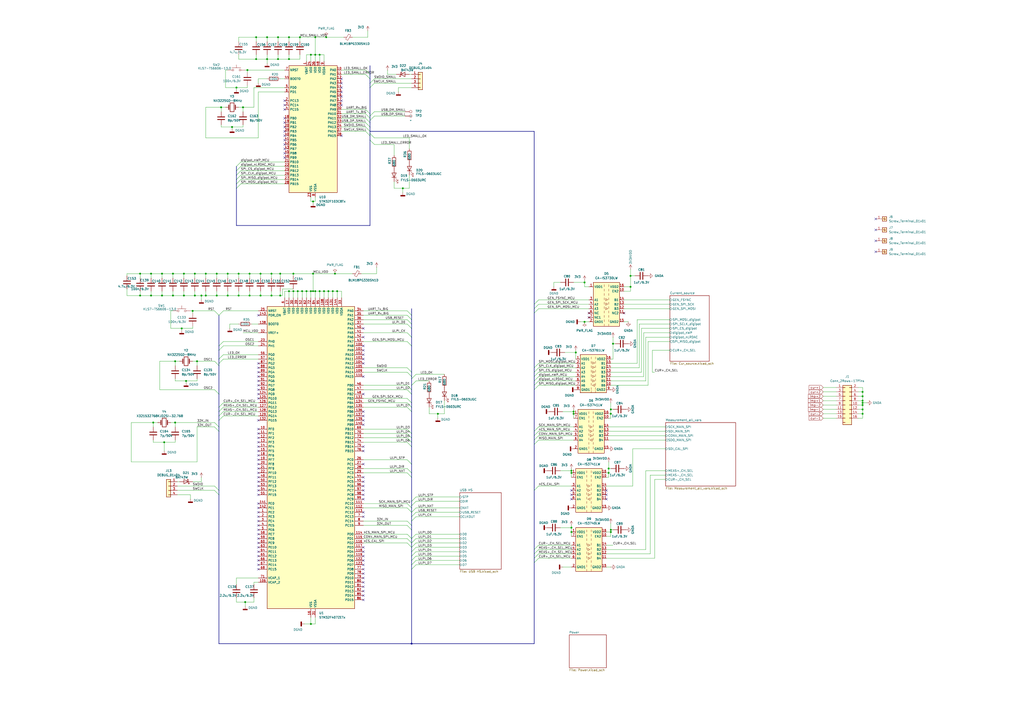
<source format=kicad_sch>
(kicad_sch (version 20231120) (generator "eeschema") (generator_version "8.0")
  (paper "A2")
  (junction (at 353.06 274.32))
  (junction (at 114.3 209.55))
  (junction (at 167.64 21.59))
  (junction (at 116.84 171.45))
  (junction (at 142.24 349.25))
  (junction (at 189.23 21.59))
  (junction (at 190.5 168.91))
  (junction (at 140.97 62.23))
  (junction (at 254 240.03))
  (junction (at 353.06 271.78))
  (junction (at 195.58 168.91))
  (junction (at 331.47 306.07))
  (junction (at 181.61 116.84))
  (junction (at 128.27 62.23))
  (junction (at 154.94 34.29))
  (junction (at 355.6 199.39))
  (junction (at 105.41 190.5))
  (junction (at 113.03 158.75))
  (junction (at 100.33 158.75))
  (junction (at 334.01 204.47))
  (junction (at 100.33 171.45))
  (junction (at 500.38 227.33))
  (junction (at 332.74 240.03))
  (junction (at 162.56 158.75))
  (junction (at 354.33 240.03))
  (junction (at 354.33 307.34))
  (junction (at 157.48 158.75))
  (junction (at 170.18 168.91))
  (junction (at 365.76 166.37))
  (junction (at 181.61 158.75))
  (junction (at 500.38 229.87))
  (junction (at 101.6 245.11))
  (junction (at 185.42 168.91))
  (junction (at 87.63 158.75))
  (junction (at 81.28 158.75))
  (junction (at 132.08 158.75))
  (junction (at 81.28 171.45))
  (junction (at 111.76 180.34))
  (junction (at 500.38 232.41))
  (junction (at 143.51 40.64))
  (junction (at 151.13 158.75))
  (junction (at 132.08 171.45))
  (junction (at 173.99 21.59))
  (junction (at 106.68 171.45))
  (junction (at 500.38 233.68))
  (junction (at 180.34 31.75))
  (junction (at 144.78 171.45))
  (junction (at 339.09 186.69))
  (junction (at 125.73 158.75))
  (junction (at 106.68 158.75))
  (junction (at 161.29 21.59))
  (junction (at 193.04 168.91))
  (junction (at 88.9 245.11))
  (junction (at 167.64 168.91))
  (junction (at 233.68 109.22))
  (junction (at 138.43 158.75))
  (junction (at 194.31 158.75))
  (junction (at 500.38 237.49))
  (junction (at 161.29 34.29))
  (junction (at 331.47 308.61))
  (junction (at 185.42 31.75))
  (junction (at 365.76 160.02))
  (junction (at 144.78 158.75))
  (junction (at 154.94 21.59))
  (junction (at 180.34 361.95))
  (junction (at 500.38 234.95))
  (junction (at 93.98 171.45))
  (junction (at 119.38 158.75))
  (junction (at 167.64 34.29))
  (junction (at 95.25 256.54))
  (junction (at 87.63 171.45))
  (junction (at 172.72 168.91))
  (junction (at 113.03 171.45))
  (junction (at 101.6 209.55))
  (junction (at 180.34 168.91))
  (junction (at 182.88 168.91))
  (junction (at 137.16 50.8))
  (junction (at 177.8 168.91))
  (junction (at 500.38 240.03))
  (junction (at 175.26 168.91))
  (junction (at 107.95 220.98))
  (junction (at 170.18 158.75))
  (junction (at 157.48 171.45))
  (junction (at 354.33 308.61))
  (junction (at 331.47 273.05))
  (junction (at 148.59 34.29))
  (junction (at 238.76 373.38))
  (junction (at 125.73 171.45))
  (junction (at 354.33 237.49))
  (junction (at 187.96 168.91))
  (junction (at 138.43 171.45))
  (junction (at 119.38 171.45))
  (junction (at 162.56 171.45))
  (junction (at 151.13 171.45))
  (junction (at 331.47 274.32))
  (junction (at 182.88 31.75))
  (junction (at 339.09 163.83))
  (junction (at 181.61 168.91))
  (junction (at 332.74 238.76))
  (junction (at 148.59 21.59))
  (junction (at 93.98 158.75))
  (junction (at 134.62 73.66))
  (junction (at 182.88 21.59))
  (no_connect (at 149.86 292.1))
  (no_connect (at 165.1 68.58))
  (no_connect (at 508 127))
  (no_connect (at 149.86 314.96))
  (no_connect (at 149.86 281.94))
  (no_connect (at 149.86 256.54))
  (no_connect (at 210.82 299.72))
  (no_connect (at 210.82 284.48))
  (no_connect (at 210.82 208.28))
  (no_connect (at 165.1 83.82))
  (no_connect (at 149.86 223.52))
  (no_connect (at 210.82 259.08))
  (no_connect (at 149.86 213.36))
  (no_connect (at 210.82 322.58))
  (no_connect (at 149.86 309.88))
  (no_connect (at 165.1 63.5))
  (no_connect (at 149.86 215.9))
  (no_connect (at 149.86 228.6))
  (no_connect (at 149.86 330.2))
  (no_connect (at 210.82 289.56))
  (no_connect (at 210.82 325.12))
  (no_connect (at 149.86 327.66))
  (no_connect (at 198.12 60.96))
  (no_connect (at 210.82 279.4))
  (no_connect (at 210.82 335.28))
  (no_connect (at 149.86 320.04))
  (no_connect (at 210.82 327.66))
  (no_connect (at 149.86 274.32))
  (no_connect (at 165.1 91.44))
  (no_connect (at 149.86 248.92))
  (no_connect (at 351.79 289.56))
  (no_connect (at 210.82 246.38))
  (no_connect (at 149.86 266.7))
  (no_connect (at 198.12 78.74))
  (no_connect (at 149.86 302.26))
  (no_connect (at 149.86 312.42))
  (no_connect (at 198.12 53.34))
  (no_connect (at 210.82 347.98))
  (no_connect (at 165.1 76.2))
  (no_connect (at 149.86 231.14))
  (no_connect (at 165.1 58.42))
  (no_connect (at 508 139.7))
  (no_connect (at 165.1 60.96))
  (no_connect (at 198.12 50.8))
  (no_connect (at 351.79 284.48))
  (no_connect (at 149.86 299.72))
  (no_connect (at 210.82 243.84))
  (no_connect (at 210.82 238.76))
  (no_connect (at 165.1 73.66))
  (no_connect (at 210.82 276.86))
  (no_connect (at 149.86 304.8))
  (no_connect (at 149.86 276.86))
  (no_connect (at 210.82 205.74))
  (no_connect (at 149.86 254))
  (no_connect (at 149.86 307.34))
  (no_connect (at 149.86 261.62))
  (no_connect (at 210.82 320.04))
  (no_connect (at 210.82 330.2))
  (no_connect (at 331.47 284.48))
  (no_connect (at 331.47 289.56))
  (no_connect (at 149.86 259.08))
  (no_connect (at 165.1 86.36))
  (no_connect (at 210.82 190.5))
  (no_connect (at 351.79 287.02))
  (no_connect (at 149.86 210.82))
  (no_connect (at 149.86 271.78))
  (no_connect (at 149.86 243.84))
  (no_connect (at 198.12 58.42))
  (no_connect (at 149.86 218.44))
  (no_connect (at 210.82 218.44))
  (no_connect (at 210.82 228.6))
  (no_connect (at 198.12 45.72))
  (no_connect (at 149.86 264.16))
  (no_connect (at 198.12 55.88))
  (no_connect (at 198.12 48.26))
  (no_connect (at 149.86 226.06))
  (no_connect (at 210.82 317.5))
  (no_connect (at 210.82 269.24))
  (no_connect (at 165.1 78.74))
  (no_connect (at 210.82 203.2))
  (no_connect (at 508 146.05))
  (no_connect (at 210.82 241.3))
  (no_connect (at 149.86 182.88))
  (no_connect (at 149.86 317.5))
  (no_connect (at 210.82 261.62))
  (no_connect (at 210.82 297.18))
  (no_connect (at 210.82 332.74))
  (no_connect (at 165.1 71.12))
  (no_connect (at 210.82 337.82))
  (no_connect (at 210.82 342.9))
  (no_connect (at 149.86 297.18))
  (no_connect (at 149.86 220.98))
  (no_connect (at 149.86 294.64))
  (no_connect (at 341.63 184.15))
  (no_connect (at 210.82 200.66))
  (no_connect (at 210.82 195.58))
  (no_connect (at 210.82 340.36))
  (no_connect (at 210.82 210.82))
  (no_connect (at 149.86 322.58))
  (no_connect (at 165.1 88.9))
  (no_connect (at 210.82 345.44))
  (no_connect (at 210.82 281.94))
  (no_connect (at 508 133.35))
  (no_connect (at 361.95 181.61))
  (no_connect (at 331.47 287.02))
  (no_connect (at 149.86 251.46))
  (no_connect (at 149.86 269.24))
  (no_connect (at 341.63 181.61))
  (no_connect (at 149.86 325.12))
  (no_connect (at 149.86 279.4))
  (no_connect (at 165.1 81.28))
  (no_connect (at 149.86 284.48))
  (no_connect (at 149.86 287.02))
  (no_connect (at 210.82 287.02))
  (bus_entry (at 236.22 236.22) (size 2.54 2.54))
  (bus_entry (at 127 241.3) (size 2.54 -2.54))
  (bus_entry (at 238.76 307.34) (size -2.54 -2.54))
  (bus_entry (at 212.09 73.66) (size 2.54 2.54))
  (bus_entry (at 236.22 266.7) (size 2.54 2.54))
  (bus_entry (at 236.22 215.9) (size 2.54 2.54))
  (bus_entry (at 309.88 257.81) (size 2.54 -2.54))
  (bus_entry (at 212.09 63.5) (size 2.54 2.54))
  (bus_entry (at 124.46 247.65) (size 2.54 2.54))
  (bus_entry (at 238.76 302.26) (size 2.54 -2.54))
  (bus_entry (at 137.16 109.22) (size 2.54 -2.54))
  (bus_entry (at 309.88 215.9) (size 2.54 -2.54))
  (bus_entry (at 309.88 255.27) (size 2.54 -2.54))
  (bus_entry (at 238.76 312.42) (size 2.54 -2.54))
  (bus_entry (at 212.09 66.04) (size 2.54 2.54))
  (bus_entry (at 309.88 220.98) (size 2.54 -2.54))
  (bus_entry (at 236.22 294.64) (size 2.54 2.54))
  (bus_entry (at 214.63 77.47) (size 2.54 2.54))
  (bus_entry (at 124.46 284.48) (size 2.54 2.54))
  (bus_entry (at 238.76 317.5) (size 2.54 -2.54))
  (bus_entry (at 127 243.84) (size 2.54 -2.54))
  (bus_entry (at 236.22 231.14) (size 2.54 2.54))
  (bus_entry (at 236.22 182.88) (size 2.54 2.54))
  (bus_entry (at 127 200.66) (size 2.54 -2.54))
  (bus_entry (at 137.16 99.06) (size 2.54 -2.54))
  (bus_entry (at 238.76 314.96) (size 2.54 -2.54))
  (bus_entry (at 124.46 281.94) (size 2.54 2.54))
  (bus_entry (at 236.22 251.46) (size 2.54 2.54))
  (bus_entry (at 214.63 67.31) (size 2.54 -2.54))
  (bus_entry (at 309.88 321.31) (size 2.54 -2.54))
  (bus_entry (at 309.88 323.85) (size 2.54 -2.54))
  (bus_entry (at 127 182.88) (size 2.54 -2.54))
  (bus_entry (at 212.09 76.2) (size 2.54 2.54))
  (bus_entry (at 124.46 245.11) (size 2.54 2.54))
  (bus_entry (at 309.88 181.61) (size 2.54 -2.54))
  (bus_entry (at 236.22 233.68) (size 2.54 2.54))
  (bus_entry (at 236.22 254) (size 2.54 2.54))
  (bus_entry (at 236.22 314.96) (size 2.54 2.54))
  (bus_entry (at 309.88 176.53) (size 2.54 -2.54))
  (bus_entry (at 236.22 248.92) (size 2.54 2.54))
  (bus_entry (at 124.46 209.55) (size 2.54 2.54))
  (bus_entry (at 236.22 180.34) (size 2.54 2.54))
  (bus_entry (at 236.22 271.78) (size 2.54 2.54))
  (bus_entry (at 127 236.22) (size 2.54 -2.54))
  (bus_entry (at 238.76 293.37) (size 2.54 -2.54))
  (bus_entry (at 236.22 274.32) (size 2.54 2.54))
  (bus_entry (at 309.88 326.39) (size 2.54 -2.54))
  (bus_entry (at 212.09 68.58) (size 2.54 2.54))
  (bus_entry (at 309.88 318.77) (size 2.54 -2.54))
  (bus_entry (at 238.76 322.58) (size 2.54 -2.54))
  (bus_entry (at 212.09 40.64) (size 2.54 2.54))
  (bus_entry (at 212.09 71.12) (size 2.54 2.54))
  (bus_entry (at 217.17 48.26) (size -2.54 2.54))
  (bus_entry (at 137.16 104.14) (size 2.54 -2.54))
  (bus_entry (at 137.16 106.68) (size 2.54 -2.54))
  (bus_entry (at 124.46 226.06) (size 2.54 2.54))
  (bus_entry (at 309.88 250.19) (size 2.54 -2.54))
  (bus_entry (at 238.76 325.12) (size 2.54 -2.54))
  (bus_entry (at 214.63 81.28) (size 2.54 2.54))
  (bus_entry (at 236.22 187.96) (size 2.54 2.54))
  (bus_entry (at 309.88 226.06) (size 2.54 -2.54))
  (bus_entry (at 214.63 69.85) (size 2.54 -2.54))
  (bus_entry (at 127 210.82) (size 2.54 -2.54))
  (bus_entry (at 309.88 252.73) (size 2.54 -2.54))
  (bus_entry (at 127 208.28) (size 2.54 -2.54))
  (bus_entry (at 309.88 213.36) (size 2.54 -2.54))
  (bus_entry (at 124.46 180.34) (size 2.54 2.54))
  (bus_entry (at 212.09 43.18) (size 2.54 2.54))
  (bus_entry (at 238.76 320.04) (size 2.54 -2.54))
  (bus_entry (at 236.22 193.04) (size 2.54 2.54))
  (bus_entry (at 236.22 256.54) (size 2.54 2.54))
  (bus_entry (at 236.22 198.12) (size 2.54 2.54))
  (bus_entry (at 217.17 45.72) (size -2.54 2.54))
  (bus_entry (at 238.76 223.52) (size 2.54 -2.54))
  (bus_entry (at 236.22 292.1) (size 2.54 2.54))
  (bus_entry (at 238.76 330.2) (size 2.54 -2.54))
  (bus_entry (at 127 238.76) (size 2.54 -2.54))
  (bus_entry (at 236.22 223.52) (size 2.54 2.54))
  (bus_entry (at 238.76 290.83) (size 2.54 -2.54))
  (bus_entry (at 238.76 219.71) (size 2.54 -2.54))
  (bus_entry (at 309.88 179.07) (size 2.54 -2.54))
  (bus_entry (at 236.22 213.36) (size 2.54 2.54))
  (bus_entry (at 236.22 312.42) (size 2.54 2.54))
  (bus_entry (at 236.22 309.88) (size 2.54 2.54))
  (bus_entry (at 309.88 284.48) (size 2.54 -2.54))
  (bus_entry (at 238.76 299.72) (size 2.54 -2.54))
  (bus_entry (at 127 203.2) (size 2.54 -2.54))
  (bus_entry (at 137.16 101.6) (size 2.54 -2.54))
  (bus_entry (at 238.76 304.8) (size -2.54 -2.54))
  (bus_entry (at 238.76 297.18) (size 2.54 -2.54))
  (bus_entry (at 236.22 226.06) (size 2.54 2.54))
  (bus_entry (at 236.22 185.42) (size 2.54 2.54))
  (bus_entry (at 309.88 223.52) (size 2.54 -2.54))
  (bus_entry (at 137.16 96.52) (size 2.54 -2.54))
  (bus_entry (at 238.76 327.66) (size 2.54 -2.54))
  (bus_entry (at 309.88 218.44) (size 2.54 -2.54))
  (wire (pts (xy 129.54 180.34) (xy 149.86 180.34)))
  (wire (pts (xy 130.81 40.64) (xy 132.08 40.64)))
  (wire (pts (xy 500.38 224.79) (xy 500.38 227.33)))
  (wire (pts (xy 354.33 218.44) (xy 373.38 218.44)))
  (wire (pts (xy 130.81 50.8) (xy 137.16 50.8)))
  (wire (pts (xy 241.3 294.64) (xy 266.7 294.64)))
  (wire (pts (xy 312.42 210.82) (xy 334.01 210.82)))
  (bus (pts (xy 214.63 43.18) (xy 214.63 45.72)))
  (bus (pts (xy 214.63 71.12) (xy 214.63 73.66)))
  (wire (pts (xy 87.63 158.75) (xy 87.63 161.29)))
  (wire (pts (xy 497.84 224.79) (xy 500.38 224.79)))
  (wire (pts (xy 180.34 168.91) (xy 180.34 172.72)))
  (bus (pts (xy 238.76 302.26) (xy 238.76 304.8)))
  (wire (pts (xy 210.82 248.92) (xy 236.22 248.92)))
  (wire (pts (xy 336.55 186.69) (xy 339.09 186.69)))
  (wire (pts (xy 238.76 48.26) (xy 217.17 48.26)))
  (wire (pts (xy 325.12 273.05) (xy 331.47 273.05)))
  (wire (pts (xy 154.94 31.75) (xy 154.94 34.29)))
  (wire (pts (xy 354.33 208.28) (xy 355.6 208.28)))
  (wire (pts (xy 231.14 50.8) (xy 231.14 53.34)))
  (wire (pts (xy 105.41 190.5) (xy 105.41 191.77)))
  (wire (pts (xy 210.82 231.14) (xy 236.22 231.14)))
  (wire (pts (xy 128.27 62.23) (xy 130.81 62.23)))
  (wire (pts (xy 132.08 158.75) (xy 138.43 158.75)))
  (wire (pts (xy 182.88 114.3) (xy 182.88 116.84)))
  (wire (pts (xy 325.12 306.07) (xy 331.47 306.07)))
  (bus (pts (xy 309.88 326.39) (xy 309.88 373.38)))
  (wire (pts (xy 190.5 168.91) (xy 190.5 172.72)))
  (wire (pts (xy 101.6 212.09) (xy 101.6 209.55)))
  (wire (pts (xy 334.01 203.2) (xy 334.01 204.47)))
  (wire (pts (xy 241.3 309.88) (xy 266.7 309.88)))
  (wire (pts (xy 165.1 168.91) (xy 167.64 168.91)))
  (wire (pts (xy 88.9 256.54) (xy 95.25 256.54)))
  (wire (pts (xy 353.06 250.19) (xy 386.08 250.19)))
  (wire (pts (xy 113.03 158.75) (xy 119.38 158.75)))
  (wire (pts (xy 210.82 187.96) (xy 236.22 187.96)))
  (wire (pts (xy 354.33 215.9) (xy 372.11 215.9)))
  (wire (pts (xy 143.51 40.64) (xy 165.1 40.64)))
  (wire (pts (xy 129.54 205.74) (xy 149.86 205.74)))
  (wire (pts (xy 354.33 213.36) (xy 370.84 213.36)))
  (wire (pts (xy 132.08 171.45) (xy 138.43 171.45)))
  (wire (pts (xy 142.24 349.25) (xy 142.24 351.79)))
  (wire (pts (xy 162.56 158.75) (xy 170.18 158.75)))
  (wire (pts (xy 218.44 158.75) (xy 209.55 158.75)))
  (wire (pts (xy 137.16 335.28) (xy 137.16 339.09)))
  (wire (pts (xy 93.98 168.91) (xy 93.98 171.45)))
  (wire (pts (xy 237.49 109.22) (xy 233.68 109.22)))
  (bus (pts (xy 238.76 297.18) (xy 238.76 299.72)))
  (bus (pts (xy 238.76 330.2) (xy 238.76 373.38)))
  (wire (pts (xy 477.52 240.03) (xy 485.14 240.03)))
  (wire (pts (xy 353.06 274.32) (xy 353.06 276.86)))
  (wire (pts (xy 102.87 279.4) (xy 104.14 279.4)))
  (wire (pts (xy 210.82 213.36) (xy 236.22 213.36)))
  (wire (pts (xy 477.52 242.57) (xy 485.14 242.57)))
  (wire (pts (xy 181.61 168.91) (xy 182.88 168.91)))
  (wire (pts (xy 189.23 21.59) (xy 199.39 21.59)))
  (wire (pts (xy 477.52 229.87) (xy 485.14 229.87)))
  (bus (pts (xy 214.63 67.31) (xy 214.63 68.58)))
  (wire (pts (xy 73.66 160.02) (xy 73.66 158.75)))
  (wire (pts (xy 374.65 318.77) (xy 351.79 318.77)))
  (wire (pts (xy 500.38 237.49) (xy 500.38 234.95)))
  (wire (pts (xy 113.03 168.91) (xy 113.03 171.45)))
  (bus (pts (xy 309.88 252.73) (xy 309.88 255.27)))
  (wire (pts (xy 119.38 80.01) (xy 119.38 62.23)))
  (bus (pts (xy 309.88 323.85) (xy 309.88 326.39)))
  (bus (pts (xy 309.88 250.19) (xy 309.88 252.73)))
  (wire (pts (xy 351.79 274.32) (xy 353.06 274.32)))
  (wire (pts (xy 355.6 316.23) (xy 351.79 316.23)))
  (wire (pts (xy 182.88 116.84) (xy 181.61 116.84)))
  (wire (pts (xy 167.64 24.13) (xy 167.64 21.59)))
  (wire (pts (xy 327.66 204.47) (xy 334.01 204.47)))
  (wire (pts (xy 81.28 161.29) (xy 81.28 158.75)))
  (wire (pts (xy 100.33 171.45) (xy 106.68 171.45)))
  (wire (pts (xy 312.42 250.19) (xy 332.74 250.19)))
  (bus (pts (xy 238.76 182.88) (xy 238.76 185.42)))
  (bus (pts (xy 127 284.48) (xy 127 287.02)))
  (wire (pts (xy 210.82 236.22) (xy 236.22 236.22)))
  (wire (pts (xy 497.84 232.41) (xy 500.38 232.41)))
  (bus (pts (xy 238.76 187.96) (xy 238.76 190.5)))
  (bus (pts (xy 214.63 78.74) (xy 214.63 81.28)))
  (wire (pts (xy 138.43 168.91) (xy 138.43 171.45)))
  (wire (pts (xy 111.76 180.34) (xy 111.76 181.61)))
  (wire (pts (xy 477.52 234.95) (xy 485.14 234.95)))
  (wire (pts (xy 151.13 158.75) (xy 157.48 158.75)))
  (wire (pts (xy 177.8 168.91) (xy 177.8 172.72)))
  (bus (pts (xy 238.76 223.52) (xy 238.76 226.06)))
  (wire (pts (xy 339.09 186.69) (xy 341.63 186.69)))
  (wire (pts (xy 210.82 312.42) (xy 236.22 312.42)))
  (wire (pts (xy 217.17 64.77) (xy 234.95 64.77)))
  (wire (pts (xy 388.62 185.42) (xy 369.57 185.42)))
  (wire (pts (xy 101.6 220.98) (xy 107.95 220.98)))
  (bus (pts (xy 137.16 99.06) (xy 137.16 101.6)))
  (wire (pts (xy 102.87 287.02) (xy 110.49 287.02)))
  (wire (pts (xy 177.8 31.75) (xy 180.34 31.75)))
  (wire (pts (xy 312.42 223.52) (xy 334.01 223.52)))
  (bus (pts (xy 238.76 233.68) (xy 238.76 236.22)))
  (wire (pts (xy 312.42 218.44) (xy 334.01 218.44)))
  (wire (pts (xy 170.18 158.75) (xy 170.18 160.02)))
  (wire (pts (xy 105.41 190.5) (xy 111.76 190.5)))
  (wire (pts (xy 81.28 171.45) (xy 87.63 171.45)))
  (bus (pts (xy 214.63 38.1) (xy 214.63 43.18)))
  (wire (pts (xy 181.61 116.84) (xy 181.61 118.11)))
  (wire (pts (xy 129.54 200.66) (xy 149.86 200.66)))
  (wire (pts (xy 138.43 31.75) (xy 138.43 34.29)))
  (wire (pts (xy 355.6 195.58) (xy 355.6 199.39)))
  (wire (pts (xy 497.84 229.87) (xy 500.38 229.87)))
  (wire (pts (xy 101.6 245.11) (xy 124.46 245.11)))
  (wire (pts (xy 210.82 198.12) (xy 236.22 198.12)))
  (wire (pts (xy 386.08 275.59) (xy 377.19 275.59)))
  (wire (pts (xy 198.12 66.04) (xy 212.09 66.04)))
  (bus (pts (xy 238.76 327.66) (xy 238.76 330.2)))
  (wire (pts (xy 147.32 346.71) (xy 147.32 349.25)))
  (wire (pts (xy 173.99 31.75) (xy 173.99 34.29)))
  (wire (pts (xy 241.3 297.18) (xy 266.7 297.18)))
  (bus (pts (xy 309.88 213.36) (xy 309.88 215.9)))
  (wire (pts (xy 388.62 187.96) (xy 370.84 187.96)))
  (wire (pts (xy 116.84 171.45) (xy 119.38 171.45)))
  (wire (pts (xy 177.8 168.91) (xy 180.34 168.91)))
  (bus (pts (xy 127 212.09) (xy 127 228.6)))
  (wire (pts (xy 125.73 171.45) (xy 132.08 171.45)))
  (wire (pts (xy 332.74 240.03) (xy 332.74 242.57)))
  (wire (pts (xy 116.84 276.86) (xy 116.84 279.4)))
  (wire (pts (xy 241.3 322.58) (xy 266.7 322.58)))
  (bus (pts (xy 309.88 255.27) (xy 309.88 257.81)))
  (wire (pts (xy 210.82 251.46) (xy 236.22 251.46)))
  (bus (pts (xy 214.63 45.72) (xy 214.63 48.26)))
  (wire (pts (xy 147.32 349.25) (xy 142.24 349.25)))
  (wire (pts (xy 365.76 166.37) (xy 365.76 160.02)))
  (bus (pts (xy 309.88 321.31) (xy 309.88 323.85)))
  (wire (pts (xy 241.3 320.04) (xy 266.7 320.04)))
  (wire (pts (xy 129.54 241.3) (xy 149.86 241.3)))
  (bus (pts (xy 238.76 195.58) (xy 238.76 200.66)))
  (wire (pts (xy 107.95 220.98) (xy 114.3 220.98)))
  (wire (pts (xy 173.99 24.13) (xy 173.99 21.59)))
  (bus (pts (xy 309.88 223.52) (xy 309.88 226.06)))
  (wire (pts (xy 185.42 168.91) (xy 187.96 168.91)))
  (wire (pts (xy 99.06 190.5) (xy 105.41 190.5)))
  (wire (pts (xy 497.84 240.03) (xy 500.38 240.03)))
  (wire (pts (xy 248.92 240.03) (xy 254 240.03)))
  (wire (pts (xy 147.32 50.8) (xy 147.32 62.23)))
  (wire (pts (xy 331.47 308.61) (xy 331.47 311.15)))
  (wire (pts (xy 149.86 335.28) (xy 137.16 335.28)))
  (wire (pts (xy 144.78 158.75) (xy 151.13 158.75)))
  (wire (pts (xy 87.63 171.45) (xy 93.98 171.45)))
  (wire (pts (xy 312.42 255.27) (xy 332.74 255.27)))
  (wire (pts (xy 101.6 245.11) (xy 99.06 245.11)))
  (wire (pts (xy 92.71 209.55) (xy 101.6 209.55)))
  (bus (pts (xy 238.76 274.32) (xy 238.76 276.86)))
  (wire (pts (xy 370.84 187.96) (xy 370.84 213.36)))
  (wire (pts (xy 312.42 215.9) (xy 334.01 215.9)))
  (wire (pts (xy 165.1 50.8) (xy 147.32 50.8)))
  (wire (pts (xy 151.13 171.45) (xy 151.13 168.91)))
  (wire (pts (xy 81.28 158.75) (xy 87.63 158.75)))
  (wire (pts (xy 182.88 168.91) (xy 185.42 168.91)))
  (bus (pts (xy 127 182.88) (xy 127 200.66)))
  (wire (pts (xy 353.06 276.86) (xy 351.79 276.86)))
  (wire (pts (xy 165.1 172.72) (xy 165.1 168.91)))
  (wire (pts (xy 354.33 237.49) (xy 354.33 240.03)))
  (bus (pts (xy 238.76 276.86) (xy 238.76 290.83)))
  (wire (pts (xy 119.38 171.45) (xy 125.73 171.45)))
  (wire (pts (xy 378.46 215.9) (xy 378.46 203.2)))
  (wire (pts (xy 161.29 31.75) (xy 161.29 34.29)))
  (wire (pts (xy 148.59 34.29) (xy 154.94 34.29)))
  (wire (pts (xy 177.8 35.56) (xy 177.8 31.75)))
  (wire (pts (xy 110.49 287.02) (xy 110.49 289.56)))
  (wire (pts (xy 139.7 96.52) (xy 165.1 96.52)))
  (wire (pts (xy 149.86 337.82) (xy 147.32 337.82)))
  (wire (pts (xy 332.74 163.83) (xy 339.09 163.83)))
  (wire (pts (xy 193.04 168.91) (xy 195.58 168.91)))
  (wire (pts (xy 73.66 158.75) (xy 81.28 158.75)))
  (wire (pts (xy 139.7 99.06) (xy 165.1 99.06)))
  (wire (pts (xy 378.46 203.2) (xy 388.62 203.2)))
  (wire (pts (xy 374.65 195.58) (xy 374.65 220.98)))
  (wire (pts (xy 351.79 308.61) (xy 354.33 308.61)))
  (wire (pts (xy 100.33 158.75) (xy 100.33 161.29)))
  (wire (pts (xy 238.76 43.18) (xy 237.49 43.18)))
  (wire (pts (xy 312.42 318.77) (xy 331.47 318.77)))
  (wire (pts (xy 110.49 180.34) (xy 111.76 180.34)))
  (wire (pts (xy 100.33 168.91) (xy 100.33 171.45)))
  (bus (pts (xy 214.63 69.85) (xy 214.63 71.12)))
  (wire (pts (xy 125.73 158.75) (xy 132.08 158.75)))
  (wire (pts (xy 312.42 173.99) (xy 341.63 173.99)))
  (wire (pts (xy 176.53 361.95) (xy 180.34 361.95)))
  (wire (pts (xy 173.99 21.59) (xy 167.64 21.59)))
  (wire (pts (xy 257.81 240.03) (xy 254 240.03)))
  (wire (pts (xy 332.74 238.76) (xy 332.74 240.03)))
  (wire (pts (xy 210.82 223.52) (xy 236.22 223.52)))
  (wire (pts (xy 180.34 114.3) (xy 180.34 116.84)))
  (wire (pts (xy 497.84 227.33) (xy 500.38 227.33)))
  (wire (pts (xy 365.76 168.91) (xy 365.76 166.37)))
  (bus (pts (xy 238.76 312.42) (xy 238.76 314.96)))
  (wire (pts (xy 95.25 261.62) (xy 95.25 256.54)))
  (bus (pts (xy 309.88 215.9) (xy 309.88 218.44)))
  (bus (pts (xy 238.76 320.04) (xy 238.76 322.58)))
  (wire (pts (xy 331.47 273.05) (xy 331.47 274.32)))
  (wire (pts (xy 190.5 168.91) (xy 193.04 168.91)))
  (wire (pts (xy 187.96 168.91) (xy 187.96 172.72)))
  (wire (pts (xy 93.98 158.75) (xy 100.33 158.75)))
  (wire (pts (xy 210.82 271.78) (xy 236.22 271.78)))
  (bus (pts (xy 214.63 76.2) (xy 214.63 77.47)))
  (wire (pts (xy 95.25 256.54) (xy 101.6 256.54)))
  (wire (pts (xy 161.29 24.13) (xy 161.29 21.59)))
  (bus (pts (xy 238.76 179.07) (xy 238.76 182.88)))
  (wire (pts (xy 326.39 238.76) (xy 332.74 238.76)))
  (wire (pts (xy 142.24 40.64) (xy 143.51 40.64)))
  (wire (pts (xy 312.42 179.07) (xy 341.63 179.07)))
  (wire (pts (xy 187.96 168.91) (xy 190.5 168.91)))
  (wire (pts (xy 180.34 116.84) (xy 181.61 116.84)))
  (wire (pts (xy 241.3 220.98) (xy 248.92 220.98)))
  (wire (pts (xy 93.98 158.75) (xy 93.98 161.29)))
  (bus (pts (xy 127 247.65) (xy 127 250.19)))
  (bus (pts (xy 137.16 106.68) (xy 137.16 109.22)))
  (wire (pts (xy 137.16 50.8) (xy 137.16 52.07)))
  (wire (pts (xy 140.97 62.23) (xy 138.43 62.23)))
  (wire (pts (xy 326.39 328.93) (xy 331.47 328.93)))
  (bus (pts (xy 238.76 317.5) (xy 238.76 320.04)))
  (wire (pts (xy 241.3 288.29) (xy 266.7 288.29)))
  (wire (pts (xy 130.81 40.64) (xy 130.81 50.8)))
  (wire (pts (xy 367.03 281.94) (xy 351.79 281.94)))
  (wire (pts (xy 241.3 217.17) (xy 257.81 217.17)))
  (wire (pts (xy 162.56 171.45) (xy 157.48 171.45)))
  (wire (pts (xy 146.05 187.96) (xy 149.86 187.96)))
  (wire (pts (xy 386.08 273.05) (xy 374.65 273.05)))
  (wire (pts (xy 149.86 53.34) (xy 149.86 80.01)))
  (wire (pts (xy 194.31 158.75) (xy 204.47 158.75)))
  (wire (pts (xy 185.42 31.75) (xy 185.42 35.56)))
  (wire (pts (xy 140.97 193.04) (xy 149.86 193.04)))
  (wire (pts (xy 140.97 72.39) (xy 140.97 73.66)))
  (wire (pts (xy 102.87 284.48) (xy 124.46 284.48)))
  (wire (pts (xy 167.64 31.75) (xy 167.64 34.29)))
  (wire (pts (xy 148.59 21.59) (xy 138.43 21.59)))
  (wire (pts (xy 354.33 237.49) (xy 355.6 237.49)))
  (wire (pts (xy 379.73 278.13) (xy 379.73 323.85)))
  (wire (pts (xy 210.82 314.96) (xy 236.22 314.96)))
  (wire (pts (xy 224.79 40.64) (xy 224.79 43.18)))
  (wire (pts (xy 113.03 171.45) (xy 116.84 171.45)))
  (wire (pts (xy 353.06 267.97) (xy 353.06 271.78)))
  (wire (pts (xy 172.72 168.91) (xy 172.72 172.72)))
  (wire (pts (xy 372.11 190.5) (xy 372.11 215.9)))
  (wire (pts (xy 114.3 209.55) (xy 114.3 212.09)))
  (wire (pts (xy 497.84 234.95) (xy 500.38 234.95)))
  (bus (pts (xy 238.76 307.34) (xy 238.76 312.42)))
  (wire (pts (xy 241.3 327.66) (xy 266.7 327.66)))
  (wire (pts (xy 375.92 198.12) (xy 375.92 223.52)))
  (bus (pts (xy 309.88 181.61) (xy 309.88 213.36)))
  (wire (pts (xy 73.66 167.64) (xy 73.66 171.45)))
  (wire (pts (xy 228.6 109.22) (xy 233.68 109.22)))
  (bus (pts (xy 238.76 314.96) (xy 238.76 317.5)))
  (bus (pts (xy 137.16 104.14) (xy 137.16 106.68)))
  (bus (pts (xy 214.63 81.28) (xy 214.63 130.81)))
  (wire (pts (xy 147.32 337.82) (xy 147.32 339.09)))
  (wire (pts (xy 198.12 43.18) (xy 212.09 43.18)))
  (bus (pts (xy 238.76 254) (xy 238.76 256.54)))
  (wire (pts (xy 354.33 328.93) (xy 351.79 328.93)))
  (wire (pts (xy 334.01 204.47) (xy 334.01 208.28)))
  (wire (pts (xy 139.7 106.68) (xy 165.1 106.68)))
  (wire (pts (xy 369.57 210.82) (xy 354.33 210.82)))
  (bus (pts (xy 238.76 226.06) (xy 238.76 228.6)))
  (wire (pts (xy 132.08 168.91) (xy 132.08 171.45)))
  (wire (pts (xy 101.6 209.55) (xy 104.14 209.55)))
  (wire (pts (xy 224.79 43.18) (xy 229.87 43.18)))
  (wire (pts (xy 210.82 226.06) (xy 236.22 226.06)))
  (wire (pts (xy 151.13 158.75) (xy 151.13 161.29)))
  (wire (pts (xy 210.82 182.88) (xy 236.22 182.88)))
  (wire (pts (xy 241.3 290.83) (xy 266.7 290.83)))
  (bus (pts (xy 238.76 219.71) (xy 238.76 223.52)))
  (wire (pts (xy 369.57 185.42) (xy 369.57 210.82)))
  (wire (pts (xy 198.12 73.66) (xy 212.09 73.66)))
  (wire (pts (xy 386.08 260.35) (xy 367.03 260.35)))
  (wire (pts (xy 354.33 308.61) (xy 354.33 307.34)))
  (wire (pts (xy 332.74 237.49) (xy 332.74 238.76)))
  (wire (pts (xy 175.26 168.91) (xy 175.26 172.72)))
  (bus (pts (xy 127 250.19) (xy 127 284.48)))
  (wire (pts (xy 353.06 247.65) (xy 386.08 247.65)))
  (bus (pts (xy 127 208.28) (xy 127 210.82)))
  (wire (pts (xy 241.3 314.96) (xy 266.7 314.96)))
  (bus (pts (xy 214.63 77.47) (xy 214.63 78.74)))
  (wire (pts (xy 163.83 171.45) (xy 162.56 171.45)))
  (wire (pts (xy 361.95 179.07) (xy 388.62 179.07)))
  (wire (pts (xy 113.03 158.75) (xy 113.03 161.29)))
  (wire (pts (xy 500.38 227.33) (xy 500.38 229.87)))
  (wire (pts (xy 388.62 198.12) (xy 375.92 198.12)))
  (wire (pts (xy 241.3 299.72) (xy 266.7 299.72)))
  (bus (pts (xy 238.76 218.44) (xy 238.76 219.71)))
  (wire (pts (xy 129.54 198.12) (xy 149.86 198.12)))
  (wire (pts (xy 125.73 158.75) (xy 125.73 161.29)))
  (wire (pts (xy 162.56 45.72) (xy 165.1 45.72)))
  (wire (pts (xy 241.3 312.42) (xy 266.7 312.42)))
  (wire (pts (xy 217.17 80.01) (xy 237.49 80.01)))
  (wire (pts (xy 106.68 171.45) (xy 113.03 171.45)))
  (wire (pts (xy 81.28 168.91) (xy 81.28 171.45)))
  (wire (pts (xy 500.38 233.68) (xy 502.92 233.68)))
  (wire (pts (xy 228.6 105.41) (xy 228.6 109.22)))
  (wire (pts (xy 477.52 237.49) (xy 485.14 237.49)))
  (wire (pts (xy 93.98 171.45) (xy 100.33 171.45)))
  (wire (pts (xy 114.3 219.71) (xy 114.3 220.98)))
  (bus (pts (xy 309.88 226.06) (xy 309.88 250.19)))
  (bus (pts (xy 238.76 228.6) (xy 238.76 233.68)))
  (wire (pts (xy 312.42 323.85) (xy 331.47 323.85)))
  (wire (pts (xy 137.16 349.25) (xy 142.24 349.25)))
  (wire (pts (xy 144.78 171.45) (xy 151.13 171.45)))
  (wire (pts (xy 154.94 24.13) (xy 154.94 21.59)))
  (wire (pts (xy 101.6 255.27) (xy 101.6 256.54)))
  (wire (pts (xy 185.42 31.75) (xy 187.96 31.75)))
  (wire (pts (xy 325.12 163.83) (xy 321.31 163.83)))
  (wire (pts (xy 312.42 316.23) (xy 331.47 316.23)))
  (wire (pts (xy 170.18 168.91) (xy 170.18 172.72)))
  (wire (pts (xy 365.76 160.02) (xy 368.3 160.02)))
  (wire (pts (xy 379.73 323.85) (xy 351.79 323.85)))
  (wire (pts (xy 148.59 24.13) (xy 148.59 21.59)))
  (bus (pts (xy 127 236.22) (xy 127 238.76)))
  (wire (pts (xy 213.36 21.59) (xy 213.36 17.78)))
  (wire (pts (xy 128.27 64.77) (xy 128.27 62.23)))
  (wire (pts (xy 128.27 73.66) (xy 134.62 73.66)))
  (wire (pts (xy 138.43 21.59) (xy 138.43 24.13)))
  (wire (pts (xy 167.64 21.59) (xy 161.29 21.59)))
  (wire (pts (xy 134.62 74.93) (xy 134.62 73.66)))
  (wire (pts (xy 180.34 358.14) (xy 180.34 361.95)))
  (wire (pts (xy 101.6 220.98) (xy 101.6 219.71)))
  (wire (pts (xy 257.81 232.41) (xy 257.81 240.03)))
  (wire (pts (xy 353.06 271.78) (xy 353.06 274.32)))
  (wire (pts (xy 354.33 311.15) (xy 354.33 308.61)))
  (wire (pts (xy 170.18 168.91) (xy 172.72 168.91)))
  (wire (pts (xy 361.95 168.91) (xy 365.76 168.91)))
  (wire (pts (xy 143.51 50.8) (xy 143.51 49.53)))
  (bus (pts (xy 309.88 76.2) (xy 309.88 176.53)))
  (wire (pts (xy 331.47 304.8) (xy 331.47 306.07)))
  (wire (pts (xy 180.34 168.91) (xy 181.61 168.91)))
  (wire (pts (xy 138.43 171.45) (xy 144.78 171.45)))
  (wire (pts (xy 154.94 45.72) (xy 149.86 45.72)))
  (wire (pts (xy 88.9 247.65) (xy 88.9 245.11)))
  (wire (pts (xy 99.06 180.34) (xy 100.33 180.34)))
  (wire (pts (xy 210.82 233.68) (xy 236.22 233.68)))
  (bus (pts (xy 214.63 130.81) (xy 137.16 130.81)))
  (wire (pts (xy 500.38 242.57) (xy 500.38 240.03)))
  (wire (pts (xy 101.6 245.11) (xy 101.6 247.65)))
  (wire (pts (xy 149.86 45.72) (xy 149.86 48.26)))
  (wire (pts (xy 114.3 267.97) (xy 114.3 247.65)))
  (wire (pts (xy 88.9 245.11) (xy 76.2 245.11)))
  (wire (pts (xy 198.12 168.91) (xy 195.58 168.91)))
  (wire (pts (xy 367.03 260.35) (xy 367.03 281.94)))
  (bus (pts (xy 238.76 299.72) (xy 238.76 302.26)))
  (wire (pts (xy 170.18 167.64) (xy 163.83 167.64)))
  (wire (pts (xy 88.9 245.11) (xy 91.44 245.11)))
  (wire (pts (xy 218.44 154.94) (xy 218.44 158.75)))
  (wire (pts (xy 187.96 31.75) (xy 187.96 35.56)))
  (bus (pts (xy 127 210.82) (xy 127 212.09)))
  (wire (pts (xy 116.84 173.99) (xy 116.84 171.45)))
  (wire (pts (xy 182.88 31.75) (xy 185.42 31.75)))
  (bus (pts (xy 127 200.66) (xy 127 203.2)))
  (wire (pts (xy 139.7 101.6) (xy 165.1 101.6)))
  (wire (pts (xy 125.73 168.91) (xy 125.73 171.45)))
  (wire (pts (xy 129.54 238.76) (xy 149.86 238.76)))
  (bus (pts (xy 127 243.84) (xy 127 247.65)))
  (wire (pts (xy 312.42 213.36) (xy 334.01 213.36)))
  (wire (pts (xy 210.82 302.26) (xy 236.22 302.26)))
  (wire (pts (xy 377.19 321.31) (xy 351.79 321.31)))
  (wire (pts (xy 497.84 242.57) (xy 500.38 242.57)))
  (wire (pts (xy 354.33 233.68) (xy 354.33 237.49)))
  (wire (pts (xy 100.33 158.75) (xy 106.68 158.75)))
  (wire (pts (xy 182.88 168.91) (xy 182.88 172.72)))
  (bus (pts (xy 238.76 251.46) (xy 238.76 254)))
  (wire (pts (xy 331.47 274.32) (xy 331.47 276.86)))
  (wire (pts (xy 500.38 234.95) (xy 500.38 233.68)))
  (wire (pts (xy 149.86 80.01) (xy 119.38 80.01)))
  (wire (pts (xy 238.76 50.8) (xy 231.14 50.8)))
  (wire (pts (xy 248.92 236.22) (xy 248.92 240.03)))
  (wire (pts (xy 138.43 158.75) (xy 144.78 158.75)))
  (bus (pts (xy 238.76 290.83) (xy 238.76 293.37)))
  (bus (pts (xy 309.88 179.07) (xy 309.88 181.61)))
  (wire (pts (xy 210.82 180.34) (xy 236.22 180.34)))
  (wire (pts (xy 312.42 247.65) (xy 332.74 247.65)))
  (wire (pts (xy 355.6 199.39) (xy 355.6 208.28)))
  (bus (pts (xy 238.76 304.8) (xy 238.76 307.34)))
  (wire (pts (xy 355.6 199.39) (xy 356.87 199.39)))
  (bus (pts (xy 238.76 236.22) (xy 238.76 238.76)))
  (wire (pts (xy 353.06 255.27) (xy 386.08 255.27)))
  (wire (pts (xy 154.94 34.29) (xy 154.94 36.83)))
  (wire (pts (xy 181.61 158.75) (xy 194.31 158.75)))
  (wire (pts (xy 198.12 172.72) (xy 198.12 168.91)))
  (wire (pts (xy 210.82 215.9) (xy 236.22 215.9)))
  (bus (pts (xy 238.76 215.9) (xy 238.76 218.44)))
  (wire (pts (xy 107.95 222.25) (xy 107.95 220.98)))
  (bus (pts (xy 309.88 176.53) (xy 309.88 179.07)))
  (wire (pts (xy 500.38 232.41) (xy 500.38 233.68)))
  (wire (pts (xy 111.76 180.34) (xy 124.46 180.34)))
  (wire (pts (xy 228.6 83.82) (xy 228.6 90.17)))
  (bus (pts (xy 238.76 269.24) (xy 238.76 274.32)))
  (wire (pts (xy 180.34 361.95) (xy 182.88 361.95)))
  (wire (pts (xy 210.82 185.42) (xy 236.22 185.42)))
  (wire (pts (xy 172.72 168.91) (xy 175.26 168.91)))
  (wire (pts (xy 114.3 209.55) (xy 124.46 209.55)))
  (wire (pts (xy 386.08 278.13) (xy 379.73 278.13)))
  (wire (pts (xy 388.62 195.58) (xy 374.65 195.58)))
  (wire (pts (xy 198.12 40.64) (xy 212.09 40.64)))
  (wire (pts (xy 354.33 307.34) (xy 355.6 307.34)))
  (wire (pts (xy 198.12 63.5) (xy 212.09 63.5)))
  (wire (pts (xy 237.49 101.6) (xy 237.49 109.22)))
  (wire (pts (xy 238.76 45.72) (xy 217.17 45.72)))
  (wire (pts (xy 76.2 267.97) (xy 114.3 267.97)))
  (wire (pts (xy 162.56 158.75) (xy 162.56 161.29)))
  (wire (pts (xy 180.34 31.75) (xy 182.88 31.75)))
  (bus (pts (xy 309.88 284.48) (xy 309.88 318.77)))
  (wire (pts (xy 129.54 236.22) (xy 149.86 236.22)))
  (wire (pts (xy 354.33 223.52) (xy 375.92 223.52)))
  (wire (pts (xy 102.87 281.94) (xy 124.46 281.94)))
  (bus (pts (xy 127 241.3) (xy 127 243.84)))
  (bus (pts (xy 238.76 325.12) (xy 238.76 327.66)))
  (wire (pts (xy 353.06 252.73) (xy 386.08 252.73)))
  (wire (pts (xy 182.88 21.59) (xy 189.23 21.59)))
  (wire (pts (xy 354.33 240.03) (xy 354.33 242.57)))
  (wire (pts (xy 119.38 168.91) (xy 119.38 171.45)))
  (bus (pts (xy 214.63 48.26) (xy 214.63 50.8)))
  (wire (pts (xy 144.78 168.91) (xy 144.78 171.45)))
  (wire (pts (xy 377.19 275.59) (xy 377.19 321.31)))
  (wire (pts (xy 114.3 209.55) (xy 111.76 209.55)))
  (wire (pts (xy 339.09 166.37) (xy 341.63 166.37)))
  (bus (pts (xy 127 228.6) (xy 127 236.22)))
  (wire (pts (xy 162.56 168.91) (xy 162.56 171.45)))
  (wire (pts (xy 182.88 31.75) (xy 182.88 35.56)))
  (wire (pts (xy 198.12 71.12) (xy 212.09 71.12)))
  (wire (pts (xy 351.79 311.15) (xy 354.33 311.15)))
  (wire (pts (xy 254 240.03) (xy 254 242.57)))
  (wire (pts (xy 139.7 93.98) (xy 165.1 93.98)))
  (wire (pts (xy 111.76 190.5) (xy 111.76 189.23)))
  (wire (pts (xy 137.16 346.71) (xy 137.16 349.25)))
  (wire (pts (xy 88.9 256.54) (xy 88.9 255.27)))
  (bus (pts (xy 238.76 293.37) (xy 238.76 294.64)))
  (wire (pts (xy 339.09 162.56) (xy 339.09 163.83)))
  (wire (pts (xy 374.65 273.05) (xy 374.65 318.77)))
  (wire (pts (xy 175.26 168.91) (xy 177.8 168.91)))
  (wire (pts (xy 210.82 256.54) (xy 236.22 256.54)))
  (wire (pts (xy 312.42 176.53) (xy 341.63 176.53)))
  (wire (pts (xy 210.82 193.04) (xy 236.22 193.04)))
  (wire (pts (xy 477.52 232.41) (xy 485.14 232.41)))
  (bus (pts (xy 238.76 256.54) (xy 238.76 259.08)))
  (wire (pts (xy 182.88 21.59) (xy 182.88 31.75)))
  (wire (pts (xy 354.33 307.34) (xy 354.33 303.53)))
  (wire (pts (xy 354.33 242.57) (xy 353.06 242.57)))
  (wire (pts (xy 185.42 168.91) (xy 185.42 172.72)))
  (wire (pts (xy 119.38 158.75) (xy 125.73 158.75)))
  (wire (pts (xy 73.66 171.45) (xy 81.28 171.45)))
  (bus (pts (xy 309.88 257.81) (xy 309.88 284.48)))
  (wire (pts (xy 210.82 274.32) (xy 236.22 274.32)))
  (wire (pts (xy 140.97 62.23) (xy 140.97 64.77)))
  (wire (pts (xy 497.84 237.49) (xy 500.38 237.49)))
  (wire (pts (xy 161.29 34.29) (xy 167.64 34.29)))
  (wire (pts (xy 129.54 233.68) (xy 149.86 233.68)))
  (bus (pts (xy 309.88 218.44) (xy 309.88 220.98)))
  (wire (pts (xy 210.82 309.88) (xy 236.22 309.88)))
  (bus (pts (xy 214.63 66.04) (xy 214.63 67.31)))
  (bus (pts (xy 137.16 96.52) (xy 137.16 99.06)))
  (wire (pts (xy 331.47 271.78) (xy 331.47 273.05)))
  (bus (pts (xy 238.76 185.42) (xy 238.76 187.96)))
  (bus (pts (xy 238.76 322.58) (xy 238.76 325.12)))
  (bus (pts (xy 214.63 73.66) (xy 214.63 76.2)))
  (wire (pts (xy 137.16 50.8) (xy 143.51 50.8)))
  (wire (pts (xy 157.48 158.75) (xy 157.48 161.29)))
  (wire (pts (xy 210.82 254) (xy 236.22 254)))
  (wire (pts (xy 106.68 158.75) (xy 113.03 158.75)))
  (bus (pts (xy 238.76 294.64) (xy 238.76 297.18)))
  (wire (pts (xy 119.38 158.75) (xy 119.38 161.29)))
  (wire (pts (xy 195.58 168.91) (xy 195.58 172.72)))
  (wire (pts (xy 361.95 176.53) (xy 388.62 176.53)))
  (wire (pts (xy 388.62 190.5) (xy 372.11 190.5)))
  (wire (pts (xy 237.49 80.01) (xy 237.49 86.36)))
  (bus (pts (xy 238.76 190.5) (xy 238.76 195.58)))
  (wire (pts (xy 133.35 187.96) (xy 133.35 190.5)))
  (bus (pts (xy 137.16 109.22) (xy 137.16 130.81)))
  (wire (pts (xy 379.73 215.9) (xy 378.46 215.9)))
  (wire (pts (xy 233.68 109.22) (xy 233.68 111.76)))
  (bus (pts (xy 309.88 76.2) (xy 214.63 76.2)))
  (wire (pts (xy 147.32 62.23) (xy 140.97 62.23)))
  (wire (pts (xy 128.27 73.66) (xy 128.27 72.39)))
  (wire (pts (xy 228.6 83.82) (xy 217.17 83.82)))
  (wire (pts (xy 198.12 68.58) (xy 212.09 68.58)))
  (wire (pts (xy 148.59 31.75) (xy 148.59 34.29)))
  (wire (pts (xy 106.68 168.91) (xy 106.68 171.45)))
  (wire (pts (xy 361.95 173.99) (xy 388.62 173.99)))
  (bus (pts (xy 214.63 68.58) (xy 214.63 69.85)))
  (wire (pts (xy 170.18 158.75) (xy 181.61 158.75)))
  (wire (pts (xy 106.68 158.75) (xy 106.68 161.29)))
  (wire (pts (xy 210.82 304.8) (xy 236.22 304.8)))
  (bus (pts (xy 238.76 200.66) (xy 238.76 215.9)))
  (wire (pts (xy 210.82 266.7) (xy 236.22 266.7)))
  (wire (pts (xy 173.99 21.59) (xy 182.88 21.59)))
  (wire (pts (xy 388.62 193.04) (xy 373.38 193.04)))
  (wire (pts (xy 87.63 168.91) (xy 87.63 171.45)))
  (wire (pts (xy 138.43 158.75) (xy 138.43 161.29)))
  (wire (pts (xy 312.42 252.73) (xy 332.74 252.73)))
  (wire (pts (xy 165.1 53.34) (xy 149.86 53.34)))
  (wire (pts (xy 217.17 67.31) (xy 234.95 67.31)))
  (wire (pts (xy 129.54 208.28) (xy 149.86 208.28)))
  (wire (pts (xy 167.64 172.72) (xy 167.64 168.91)))
  (wire (pts (xy 173.99 34.29) (xy 167.64 34.29)))
  (wire (pts (xy 193.04 168.91) (xy 193.04 172.72)))
  (wire (pts (xy 241.3 325.12) (xy 266.7 325.12)))
  (wire (pts (xy 132.08 158.75) (xy 132.08 161.29)))
  (wire (pts (xy 138.43 187.96) (xy 133.35 187.96)))
  (wire (pts (xy 138.43 34.29) (xy 148.59 34.29)))
  (wire (pts (xy 161.29 34.29) (xy 154.94 34.29)))
  (bus (pts (xy 137.16 101.6) (xy 137.16 104.14)))
  (wire (pts (xy 87.63 158.75) (xy 93.98 158.75)))
  (wire (pts (xy 161.29 21.59) (xy 154.94 21.59)))
  (bus (pts (xy 309.88 318.77) (xy 309.88 321.31)))
  (bus (pts (xy 127 287.02) (xy 127 373.38)))
  (wire (pts (xy 500.38 240.03) (xy 500.38 237.49)))
  (wire (pts (xy 139.7 104.14) (xy 165.1 104.14)))
  (wire (pts (xy 353.06 240.03) (xy 354.33 240.03)))
  (wire (pts (xy 157.48 168.91) (xy 157.48 171.45)))
  (wire (pts (xy 210.82 292.1) (xy 236.22 292.1)))
  (wire (pts (xy 163.83 167.64) (xy 163.83 171.45)))
  (wire (pts (xy 76.2 245.11) (xy 76.2 267.97)))
  (wire (pts (xy 312.42 281.94) (xy 331.47 281.94)))
  (wire (pts (xy 477.52 224.79) (xy 485.14 224.79)))
  (bus (pts (xy 238.76 259.08) (xy 238.76 269.24)))
  (wire (pts (xy 361.95 166.37) (xy 365.76 166.37)))
  (wire (pts (xy 500.38 229.87) (xy 500.38 232.41)))
  (wire (pts (xy 116.84 279.4) (xy 111.76 279.4)))
  (wire (pts (xy 331.47 306.07) (xy 331.47 308.61)))
  (wire (pts (xy 119.38 62.23) (xy 128.27 62.23)))
  (wire (pts (xy 353.06 271.78) (xy 354.33 271.78)))
  (bus (pts (xy 214.63 50.8) (xy 214.63 66.04)))
  (wire (pts (xy 321.31 163.83) (xy 321.31 166.37)))
  (wire (pts (xy 373.38 193.04) (xy 373.38 218.44)))
  (wire (pts (xy 204.47 21.59) (xy 213.36 21.59)))
  (bus (pts (xy 127 238.76) (xy 127 241.3)))
  (wire (pts (xy 157.48 158.75) (xy 162.56 158.75)))
  (wire (pts (xy 144.78 158.75) (xy 144.78 161.29)))
  (wire (pts (xy 241.3 317.5) (xy 266.7 317.5)))
  (wire (pts (xy 92.71 226.06) (xy 124.46 226.06)))
  (wire (pts (xy 182.88 358.14) (xy 182.88 361.95)))
  (bus (pts (xy 309.88 220.98) (xy 309.88 223.52)))
  (bus (pts (xy 127 203.2) (xy 127 208.28)))
  (wire (pts (xy 198.12 76.2) (xy 212.09 76.2)))
  (wire (pts (xy 99.06 180.34) (xy 99.06 190.5)))
  (wire (pts (xy 134.62 73.66) (xy 140.97 73.66)))
  (wire (pts (xy 339.09 163.83) (xy 339.09 166.37)))
  (wire (pts (xy 374.65 220.98) (xy 354.33 220.98)))
  (wire (pts (xy 180.34 31.75) (xy 180.34 35.56)))
  (wire (pts (xy 477.52 227.33) (xy 485.14 227.33)))
  (wire (pts (xy 92.71 226.06) (xy 92.71 209.55)))
  (wire (pts (xy 154.94 21.59) (xy 148.59 21.59)))
  (wire (pts (xy 151.13 171.45) (xy 157.48 171.45)))
  (wire (pts (xy 365.76 156.21) (xy 365.76 160.02)))
  (bus (pts (xy 127 373.38) (xy 238.76 373.38)))
  (wire (pts (xy 364.49 186.69) (xy 361.95 186.69)))
  (wire (pts (xy 312.42 220.98) (xy 334.01 220.98)))
  (wire (pts (xy 210.82 294.64) (xy 236.22 294.64)))
  (bus (pts (xy 309.88 373.38) (xy 238.76 373.38)))
  (wire (pts (xy 143.51 40.64) (xy 143.51 41.91)))
  (wire (pts (xy 312.42 321.31) (xy 331.47 321.31)))
  (wire (pts (xy 167.64 168.91) (xy 170.18 168.91)))
  (bus (pts (xy 238.76 238.76) (xy 238.76 251.46)))
  (wire (pts (xy 114.3 247.65) (xy 124.46 247.65)))
  (wire (pts (xy 181.61 158.75) (xy 181.61 168.91)))
  (label "LED_SMALL_ERROR" (at 199.39 43.18 0))
  (label "LED_SMALL_OK" (at 233.68 80.01 0))
  (label "SPI_MISO_digipot_MCU" (at 139.7 104.14 0))
  (label "ULPI_DIR" (at 242.57 290.83 0))
  (label "OSC2" (at 118.11 226.06 0))
  (label "ULPI_D2" (at 242.57 314.96 0))
  (label "SWCLK" (at 111.76 284.48 0))
  (label "SWCLK" (at 218.44 215.9 0))
  (label "LED_OK" (at 132.08 205.74 0))
  (label "nCS_CAL_SPI" (at 210.82 314.96 0))
  (label "nCS_MAIN_SPI_MCU" (at 312.42 250.19 0))
  (label "UART_Tx_BIG" (at 200.66 66.04 0))
  (label "digipot_nWP_MCU" (at 139.7 93.98 0))
  (label "ULPI_D7" (at 242.57 327.66 0))
  (label "OSC1" (at 118.11 209.55 0))
  (label "CUR-_CH_SEL_MCU" (at 312.42 316.23 0))
  (label "MCU_VDD" (at 140.97 193.04 0))
  (label "LED_OK" (at 243.84 217.17 0))
  (label "ULPI_STP" (at 242.57 288.29 0))
  (label "USB_DM_SMALL" (at 198.12 68.58 0))
  (label "USB_RESET" (at 242.57 297.18 0))
  (label "GEN_SPI_MOSI_MCU" (at 317.5 179.07 0))
  (label "MEAS-_CH_SEL_MCU" (at 129.54 238.76 0))
  (label "ULPI_DIR" (at 226.06 271.78 0))
  (label "SPI_CLK_digipot_MCU" (at 312.42 213.36 0))
  (label "SWDIO_SMALL" (at 199.39 73.66 0))
  (label "RST" (at 130.81 180.34 0))
  (label "nCS_CAL_SPI" (at 312.42 281.94 0))
  (label "USB_DM_SMALL" (at 220.98 64.77 0))
  (label "SWCLK_SMALL" (at 229.87 48.26 180))
  (label "MEAS+_CH_SEL_MCU" (at 129.54 236.22 0))
  (label "USB_DP_SMALL" (at 198.12 71.12 0))
  (label "32K_OUT" (at 114.3 247.65 0))
  (label "OSC1" (at 142.24 198.12 0))
  (label "SPI_CS_digipot_MCU" (at 312.42 215.9 0))
  (label "GEN_FSYNC_MCU" (at 317.5 173.99 0))
  (label "ULPI_D3" (at 229.87 248.92 0))
  (label "ULPI_D5" (at 229.87 254 0))
  (label "MCU_VDD" (at 181.61 158.75 0))
  (label "UART_Rx_BIG" (at 200.66 63.5 0))
  (label "ULPI_D2" (at 229.87 226.06 0))
  (label "ULPI_D4" (at 229.87 251.46 0))
  (label "USB_RESET" (at 223.52 185.42 0))
  (label "SWDIO" (at 218.44 213.36 0))
  (label "ULPI_D1" (at 229.87 223.52 0))
  (label "ULPI_D6" (at 229.87 256.54 0))
  (label "ULPI_D0" (at 242.57 309.88 0))
  (label "GEN_SPI_MOSI_MCU" (at 215.9 198.12 0))
  (label "LED_SMALL_ERROR" (at 220.98 83.82 0))
  (label "ULPI_D6" (at 242.57 325.12 0))
  (label "UART_Rx_BIG" (at 213.36 182.88 0))
  (label "MEAS+_CH_SEL_MCU" (at 312.42 321.31 0))
  (label "32K_OUT" (at 218.44 304.8 0))
  (label "LED_ERROR" (at 242.57 220.98 0))
  (label "SPI_CLK_digipot_MCU" (at 139.7 101.6 0))
  (label "USB_DP_SMALL" (at 220.98 67.31 0))
  (label "ULPI_D4" (at 242.57 320.04 0))
  (label "GEN_FSYNC_MCU" (at 213.36 233.68 0))
  (label "32K_IN" (at 218.44 302.26 0))
  (label "OSC2" (at 142.24 200.66 0))
  (label "ULPI_D5" (at 242.57 322.58 0))
  (label "GEN_SPI_SCK_MCU" (at 215.9 231.14 0))
  (label "SWDIO" (at 111.76 281.94 0))
  (label "SCK_MAIN_SPI_MCU" (at 219.71 292.1 0))
  (label "LED_ERROR" (at 132.08 208.28 0))
  (label "CUR+_CH_SEL" (at 379.73 215.9 0))
  (label "ULPI_D7" (at 229.87 236.22 0))
  (label "UART_Tx_BIG" (at 213.36 180.34 0))
  (label "CUR-_CH_SEL_MCU" (at 129.54 241.3 0))
  (label "CONV_MAIN_SPI_MCU" (at 210.82 312.42 0))
  (label "GEN_SPI_SCK_MCU" (at 317.5 176.53 0))
  (label "RST" (at 120.65 180.34 0))
  (label "SWCLK_SMALL" (at 199.39 76.2 0))
  (label "MISO_MAIN_SPI" (at 312.42 255.27 0))
  (label "digipot_nLRDAC_MCU" (at 139.7 96.52 0))
  (label "SPI_MOSI_digipot_MCU" (at 139.7 106.68 0))
  (label "nCS_MAIN_SPI_MCU" (at 210.82 309.88 0))
  (label "CUR+_CH_SEL_MCU" (at 129.54 233.68 0))
  (label "SPI_CS_digipot_MCU" (at 139.7 99.06 0))
  (label "MCU_SMALL_VDD" (at 173.99 21.59 0))
  (label "ULPI_STP" (at 226.06 266.7 0))
  (label "CUR+_CH_SEL_MCU" (at 312.42 323.85 0))
  (label "ULPI_D0" (at 227.33 187.96 0))
  (label "SWDIO_SMALL" (at 229.87 45.72 180))
  (label "32K_IN" (at 114.3 245.11 0))
  (label "digipot_nLRDAC_MCU" (at 312.42 220.98 0))
  (label "ULPI_NXT" (at 226.06 274.32 0))
  (label "digipot_nWP_MCU" (at 312.42 218.44 0))
  (label "MEAS-_CH_SEL_MCU" (at 312.42 318.77 0))
  (label "SCK_MAIN_SPI_MCU" (at 312.42 247.65 0))
  (label "SPI_MOSI_digipot_MCU" (at 312.42 210.82 0))
  (label "ULPI_NXT" (at 242.57 294.64 0))
  (label "CUR+_CH_SEL" (at 355.6 316.23 0))
  (label "ULPI_CK" (at 242.57 299.72 0))
  (label "LED_SMALL_OK" (at 199.39 40.64 0))
  (label "CONV_MAIN_SPI_MCU" (at 312.42 252.73 0))
  (label "ULPI_D1" (at 242.57 312.42 0))
  (label "ULPI_D3" (at 242.57 317.5 0))
  (label "ULPI_CK" (at 227.33 193.04 0))
  (label "MISO_MAIN_SPI" (at 219.71 294.64 0))
  (label "SPI_MISO_digipot_MCU" (at 312.42 223.52 0))
  (global_label "cur+1" (shape input) (at 477.52 224.79 180) (property "Intersheetrefs" "${INTERSHEET_REFS}" (effects (hide yes))))
  (global_label "imp+1" (shape input) (at 477.52 232.41 180) (property "Intersheetrefs" "${INTERSHEET_REFS}" (effects (hide yes))))
  (global_label "cur+2" (shape input) (at 477.52 227.33 180) (property "Intersheetrefs" "${INTERSHEET_REFS}" (effects (hide yes))))
  (global_label "imp-2" (shape input) (at 477.52 234.95 180) (property "Intersheetrefs" "${INTERSHEET_REFS}" (effects (hide yes))))
  (global_label "imp+2" (shape input) (at 477.52 229.87 180) (property "Intersheetrefs" "${INTERSHEET_REFS}" (effects (hide yes))))
  (global_label "imp-1" (shape input) (at 477.52 237.49 180) (property "Intersheetrefs" "${INTERSHEET_REFS}" (effects (hide yes))))
  (global_label "cur-2" (shape input) (at 477.52 240.03 180) (property "Intersheetrefs" "${INTERSHEET_REFS}" (effects (hide yes))))
  (global_label "cur-1" (shape input) (at 477.52 242.57 180) (property "Intersheetrefs" "${INTERSHEET_REFS}" (effects (hide yes))))
  (symbol (lib_id "power:VDD") (at 331.47 304.8 0) (unit 1)
    (property "Reference" "#PWR0152" (effects (hide yes)))
    (property "Value" "3V3" (at 327.406 302.768 0))
    (property "Description" "Power symbol creates a global label with name \"VDD\"" (effects (hide yes)))
  )
  (symbol (lib_id "power:GNDD") (at 336.55 186.69 270) (mirror x) (unit 1)
    (property "Reference" "#PWR0126" (effects (hide yes)))
    (property "Value" "DGND" (at 333.502 186.69 90) (effects (justify right)))
    (property "Description" "Power symbol creates a global label with name \"GNDD\" , digital ground" (effects (hide yes)))
  )
  (symbol (lib_id "power:GNDA") (at 364.49 199.39 90) (mirror x) (unit 1)
    (property "Reference" "#PWR0132" (effects (hide yes)))
    (property "Value" "GNDA" (at 368.3 201.93 0) (effects (justify right)))
    (property "Description" "Power symbol creates a global label with name \"GNDA\" , analog ground" (effects (hide yes)))
  )
  (symbol (lib_id "Switch:SW_Push") (at 137.16 40.64 0) (unit 1)
    (property "Reference" "SW2" (at 125.476 37.592 0))
    (property "Value" "KLS7-TS6606-13.0" (at 124.46 39.624 0))
    (property "Footprint" "Button_Switch_THT:SW_PUSH_6mm_H4.3mm" (effects (hide yes)))
    (property "Description" "Push button switch, generic, two pins" (effects (hide yes)))
  )
  (symbol (lib_id "Device:C") (at 358.14 271.78 90) (unit 1)
    (property "Reference" "C87" (at 358.14 268.224 90))
    (property "Value" "1uF/6.3V" (at 358.14 275.59 90))
    (property "Footprint" "Capacitor_SMD:C_0603_1608Metric_Pad1.08x0.95mm_HandSolder" (effects (hide yes)))
    (property "Description" "Unpolarized capacitor" (effects (hide yes)))
  )
  (symbol (lib_id "power:GNDD") (at 154.94 36.83 0) (mirror y) (unit 1)
    (property "Reference" "#PWR0238" (effects (hide yes)))
    (property "Value" "DGND" (at 156.718 37.592 0) (effects (justify right)))
    (property "Description" "Power symbol creates a global label with name \"GNDD\" , digital ground" (effects (hide yes)))
  )
  (symbol (lib_id "Device:D_Schottky") (at 233.68 43.18 0) (mirror x) (unit 1)
    (property "Reference" "D22" (at 233.68 38.1 0))
    (property "Value" "BAT43W" (at 236.22 40.64 0))
    (property "Footprint" "Diode_SMD:D_SOD-123" (effects (hide yes)))
    (property "Description" "Schottky diode" (effects (hide yes)))
  )
  (symbol (lib_id "Device:C") (at 148.59 27.94 0) (mirror x) (unit 1)
    (property "Reference" "C156" (at 154.178 25.908 0) (effects (justify right)))
    (property "Value" "100n/6.3V" (effects (hide yes)))
    (property "Footprint" "Capacitor_SMD:C_0402_1005Metric" (effects (hide yes)))
    (property "Description" "Unpolarized capacitor" (effects (hide yes)))
  )
  (symbol (lib_id "Connector_Generic:Conn_01x04") (at 97.79 281.94 0) (mirror y) (unit 1)
    (property "Reference" "J13" (at 97.79 273.05 0))
    (property "Value" "DEBUG_01x04" (at 97.79 275.59 0))
    (property "Footprint" "Connector_PinHeader_2.54mm:PinHeader_1x04_P2.54mm_Vertical" (effects (hide yes)))
    (property "Description" "Generic connector, single row, 01x04, script generated (kicad-library-utils/schlib/autogen/connector/)" (effects (hide yes)))
  )
  (symbol (lib_id "Device:C") (at 143.51 45.72 0) (mirror x) (unit 1)
    (property "Reference" "C161" (at 139.7 44.4499 0) (effects (justify right)))
    (property "Value" "100n/6.3V" (at 139.7 46.9899 0) (effects (justify right)))
    (property "Footprint" "Capacitor_SMD:C_0402_1005Metric" (effects (hide yes)))
    (property "Description" "Unpolarized capacitor" (effects (hide yes)))
  )
  (symbol (lib_id "Device:C") (at 106.68 165.1 0) (mirror x) (unit 1)
    (property "Reference" "C143" (at 112.268 163.068 0) (effects (justify right)))
    (property "Value" "100n/6.3V" (effects (hide yes)))
    (property "Footprint" "Capacitor_SMD:C_0402_1005Metric" (effects (hide yes)))
    (property "Description" "Unpolarized capacitor" (effects (hide yes)))
  )
  (symbol (lib_id "Device:C") (at 132.08 165.1 0) (mirror x) (unit 1)
    (property "Reference" "C147" (at 137.668 163.068 0) (effects (justify right)))
    (property "Value" "100n/6.3V" (effects (hide yes)))
    (property "Footprint" "Capacitor_SMD:C_0402_1005Metric" (effects (hide yes)))
    (property "Description" "Unpolarized capacitor" (effects (hide yes)))
  )
  (symbol (lib_id "Connector_Generic:Conn_2Rows-17Pins") (at 490.22 234.95 0) (unit 1)
    (property "Reference" "J1" (at 491.49 218.44 0))
    (property "Value" "Conn_2Rows-17Pins" (at 491.49 220.98 0))
    (property "Footprint" "Connector_PinHeader_2.54mm:PinHeader_2x08_P2.54mm_Horizontal" (effects (hide yes)))
    (property "Description" "Generic connector, double row, 17 pins, odd/even pin numbering scheme (row 1 odd numbers, row 2 even numbers), script generated (kicad-library-utils/schlib/autogen/connector/)" (effects (hide yes)))
  )
  (symbol (lib_id "Device:C") (at 88.9 251.46 180) (unit 1)
    (property "Reference" "C164" (at 92.71 250.1899 0) (effects (justify right)))
    (property "Value" "7p/50V" (at 92.71 252.7299 0) (effects (justify right)))
    (property "Footprint" "Capacitor_SMD:C_0603_1608Metric_Pad1.08x0.95mm_HandSolder" (effects (hide yes)))
    (property "Description" "Unpolarized capacitor" (effects (hide yes)))
  )
  (symbol (lib_id "MCU_ST_STM32F1:STM32F103C8Tx") (at 180.34 76.2 0) (unit 1)
    (property "Reference" "U10" (at 185.0741 114.3 0) (effects (justify left)))
    (property "Value" "STM32F103C8Tx" (at 185.0741 116.84 0) (effects (justify left)))
    (property "Footprint" "Package_QFP:LQFP-48_7x7mm_P0.5mm" (effects (hide yes)))
    (property "Datasheet" "https://www.st.com/resource/en/datasheet/stm32f103c8.pdf" (effects (hide yes)))
    (property "Description" "STMicroelectronics Arm Cortex-M3 MCU, 64KB flash, 20KB RAM, 72 MHz, 2.0-3.6V, 37 GPIO, LQFP48" (effects (hide yes)))
  )
  (symbol (lib_id "Connector:Screw_Terminal_01x01") (at 513.08 133.35 0) (unit 1)
    (property "Reference" "J7" (at 515.62 132.0799 0) (effects (justify left)))
    (property "Value" "Screw_Terminal_01x01" (at 515.62 134.6199 0) (effects (justify left)))
    (property "Footprint" "MountingHole:MountingHole_3.2mm_M3_Pad_Via" (effects (hide yes)))
    (property "Description" "Generic screw terminal, single row, 01x01, script generated (kicad-library-utils/schlib/autogen/connector/)" (effects (hide yes)))
  )
  (symbol (lib_id "Device:C") (at 360.68 199.39 90) (unit 1)
    (property "Reference" "C82" (at 360.68 195.834 90))
    (property "Value" "1uF/6.3V" (at 360.68 203.2 90))
    (property "Footprint" "Capacitor_SMD:C_0603_1608Metric_Pad1.08x0.95mm_HandSolder" (effects (hide yes)))
    (property "Description" "Unpolarized capacitor" (effects (hide yes)))
  )
  (symbol (lib_id "Device:C") (at 101.6 215.9 180) (unit 1)
    (property "Reference" "C134" (at 105.41 214.6299 0) (effects (justify right)))
    (property "Value" "8p/50V" (at 105.41 217.1699 0) (effects (justify right)))
    (property "Footprint" "Capacitor_SMD:C_0603_1608Metric_Pad1.08x0.95mm_HandSolder" (effects (hide yes)))
    (property "Description" "Unpolarized capacitor" (effects (hide yes)))
  )
  (symbol (lib_id "Device:C") (at 125.73 165.1 0) (mirror x) (unit 1)
    (property "Reference" "C146" (at 131.318 163.068 0) (effects (justify right)))
    (property "Value" "100n/6.3V" (effects (hide yes)))
    (property "Footprint" "Capacitor_SMD:C_0402_1005Metric" (effects (hide yes)))
    (property "Description" "Unpolarized capacitor" (effects (hide yes)))
  )
  (symbol (lib_id "power:GNDD") (at 233.68 111.76 0) (mirror y) (unit 1)
    (property "Reference" "#PWR0144" (effects (hide yes)))
    (property "Value" "DGND" (at 235.458 112.522 0) (effects (justify right)))
    (property "Description" "Power symbol creates a global label with name \"GNDD\" , digital ground" (effects (hide yes)))
  )
  (symbol (lib_id "power:VDD") (at 339.09 162.56 0) (unit 1)
    (property "Reference" "#PWR0128" (effects (hide yes)))
    (property "Value" "3V3" (at 335.026 160.528 0))
    (property "Description" "Power symbol creates a global label with name \"VDD\"" (effects (hide yes)))
  )
  (symbol (lib_id "power:GNDA") (at 363.22 237.49 90) (mirror x) (unit 1)
    (property "Reference" "#PWR0138" (effects (hide yes)))
    (property "Value" "GNDA" (at 367.03 240.03 0) (effects (justify right)))
    (property "Description" "Power symbol creates a global label with name \"GNDA\" , analog ground" (effects (hide yes)))
  )
  (symbol (lib_id "power:GNDD") (at 320.04 204.47 270) (mirror x) (unit 1)
    (property "Reference" "#PWR0134" (effects (hide yes)))
    (property "Value" "DGND" (at 320.548 201.676 90) (effects (justify right)))
    (property "Description" "Power symbol creates a global label with name \"GNDD\" , digital ground" (effects (hide yes)))
  )
  (symbol (lib_id "power:GNDD") (at 321.31 166.37 0) (mirror y) (unit 1)
    (property "Reference" "#PWR0127" (effects (hide yes)))
    (property "Value" "DGND" (at 321.31 170.18 0))
    (property "Description" "Power symbol creates a global label with name \"GNDD\" , digital ground" (effects (hide yes)))
  )
  (symbol (lib_id "power:GNDD") (at 334.01 226.06 270) (mirror x) (unit 1)
    (property "Reference" "#PWR0135" (effects (hide yes)))
    (property "Value" "DGND" (at 332.994 229.362 90) (effects (justify right)))
    (property "Description" "Power symbol creates a global label with name \"GNDD\" , digital ground" (effects (hide yes)))
  )
  (symbol (lib_id "power:GNDD") (at 318.77 238.76 270) (mirror x) (unit 1)
    (property "Reference" "#PWR0139" (effects (hide yes)))
    (property "Value" "DGND" (at 319.278 235.966 90) (effects (justify right)))
    (property "Description" "Power symbol creates a global label with name \"GNDD\" , digital ground" (effects (hide yes)))
  )
  (symbol (lib_id "zpc-lib:CA-IS3761LW") (at 344.17 205.74 0) (unit 1)
    (property "Reference" "D7" (at 344.17 200.66 0))
    (property "Value" "CA-IS3761LW" (at 344.17 203.2 0))
    (property "Footprint" "Package_SO:SOIC-16W_7.5x10.3mm_P1.27mm" (effects (hide yes)))
  )
  (symbol (lib_id "Device:C") (at 147.32 342.9 0) (unit 1)
    (property "Reference" "C137" (at 142.24 340.36 0) (effects (justify left)))
    (property "Value" "2.2u/6.3V" (at 147.32 345.44 0) (effects (justify right)))
    (property "Footprint" "Capacitor_SMD:C_0805_2012Metric_Pad1.18x1.45mm_HandSolder" (effects (hide yes)))
    (property "Description" "Unpolarized capacitor" (effects (hide yes)))
  )
  (symbol (lib_id "power:GNDD") (at 326.39 328.93 270) (mirror x) (unit 1)
    (property "Reference" "#PWR0153" (effects (hide yes)))
    (property "Value" "DGND" (at 325.374 332.232 90) (effects (justify right)))
    (property "Description" "Power symbol creates a global label with name \"GNDD\" , digital ground" (effects (hide yes)))
  )
  (symbol (lib_id "Device:C") (at 93.98 165.1 0) (mirror x) (unit 1)
    (property "Reference" "C141" (at 99.568 163.068 0) (effects (justify right)))
    (property "Value" "100n/6.3V" (effects (hide yes)))
    (property "Footprint" "Capacitor_SMD:C_0402_1005Metric" (effects (hide yes)))
    (property "Description" "Unpolarized capacitor" (effects (hide yes)))
  )
  (symbol (lib_id "Device:C") (at 322.58 238.76 90) (unit 1)
    (property "Reference" "C85" (at 322.58 235.204 90))
    (property "Value" "1uF/6.3V" (at 322.58 242.57 90))
    (property "Footprint" "Capacitor_SMD:C_0603_1608Metric_Pad1.08x0.95mm_HandSolder" (effects (hide yes)))
    (property "Description" "Unpolarized capacitor" (effects (hide yes)))
  )
  (symbol (lib_id "Device:C") (at 113.03 165.1 0) (mirror x) (unit 1)
    (property "Reference" "C144" (at 118.618 163.068 0) (effects (justify right)))
    (property "Value" "100n/6.3V" (effects (hide yes)))
    (property "Footprint" "Capacitor_SMD:C_0402_1005Metric" (effects (hide yes)))
    (property "Description" "Unpolarized capacitor" (effects (hide yes)))
  )
  (symbol (lib_id "power:VDD") (at 355.6 195.58 0) (mirror y) (unit 1)
    (property "Reference" "#PWR0131" (effects (hide yes)))
    (property "Value" "3V3AVDD" (at 350.52 193.548 0))
    (property "Description" "Power symbol creates a global label with name \"VDD\"" (effects (hide yes)))
  )
  (symbol (lib_id "Device:R") (at 142.24 187.96 90) (mirror x) (unit 1)
    (property "Reference" "R35" (at 140.97 185.42 90) (effects (justify right)))
    (property "Value" "100k" (at 139.7 187.96 90) (effects (justify right)))
    (property "Footprint" "Resistor_SMD:R_0603_1608Metric_Pad0.98x0.95mm_HandSolder" (effects (hide yes)))
    (property "Description" "Resistor" (effects (hide yes)))
  )
  (symbol (lib_id "Device:C") (at 170.18 163.83 0) (mirror x) (unit 1)
    (property "Reference" "C154" (at 175.768 161.798 0) (effects (justify right)))
    (property "Value" "100n/6.3V" (effects (hide yes)))
    (property "Footprint" "Capacitor_SMD:C_0402_1005Metric" (effects (hide yes)))
    (property "Description" "Unpolarized capacitor" (effects (hide yes)))
  )
  (symbol (lib_id "Device:C") (at 100.33 165.1 0) (mirror x) (unit 1)
    (property "Reference" "C142" (at 105.918 163.068 0) (effects (justify right)))
    (property "Value" "100n/6.3V" (effects (hide yes)))
    (property "Footprint" "Capacitor_SMD:C_0402_1005Metric" (effects (hide yes)))
    (property "Description" "Unpolarized capacitor" (effects (hide yes)))
  )
  (symbol (lib_id "power:GNDD") (at 137.16 52.07 0) (mirror y) (unit 1)
    (property "Reference" "#PWR0236" (effects (hide yes)))
    (property "Value" "DGND" (at 138.938 52.832 0) (effects (justify right)))
    (property "Description" "Power symbol creates a global label with name \"GNDD\" , digital ground" (effects (hide yes)))
  )
  (symbol (lib_id "power:VDD") (at 353.06 267.97 0) (mirror y) (unit 1)
    (property "Reference" "#PWR0149" (effects (hide yes)))
    (property "Value" "3V3AVDD" (at 347.98 265.938 0))
    (property "Description" "Power symbol creates a global label with name \"VDD\"" (effects (hide yes)))
  )
  (symbol (lib_id "Device:C") (at 81.28 165.1 0) (mirror x) (unit 1)
    (property "Reference" "C139" (at 86.36 162.56 0) (effects (justify right)))
    (property "Value" "100n/6.3V" (at 86.36 167.64 0) (effects (justify right)))
    (property "Footprint" "Capacitor_SMD:C_0402_1005Metric" (effects (hide yes)))
    (property "Description" "Unpolarized capacitor" (effects (hide yes)))
  )
  (symbol (lib_id "power:GNDD") (at 181.61 118.11 0) (mirror y) (unit 1)
    (property "Reference" "#PWR0235" (effects (hide yes)))
    (property "Value" "DGND" (at 183.388 118.872 0) (effects (justify right)))
    (property "Description" "Power symbol creates a global label with name \"GNDD\" , digital ground" (effects (hide yes)))
  )
  (symbol (lib_id "power:GNDD") (at 107.95 222.25 0) (mirror y) (unit 1)
    (property "Reference" "#PWR0229" (effects (hide yes)))
    (property "Value" "DGND" (at 109.728 223.012 0) (effects (justify right)))
    (property "Description" "Power symbol creates a global label with name \"GNDD\" , digital ground" (effects (hide yes)))
  )
  (symbol (lib_id "power:VDD") (at 354.33 233.68 0) (mirror y) (unit 1)
    (property "Reference" "#PWR0137" (effects (hide yes)))
    (property "Value" "3V3AVDD" (at 349.25 231.648 0))
    (property "Description" "Power symbol creates a global label with name \"VDD\"" (effects (hide yes)))
  )
  (symbol (lib_id "power:GNDA") (at 502.92 233.68 90) (mirror x) (unit 1)
    (property "Reference" "#PWR069" (effects (hide yes)))
    (property "Value" "GNDA" (at 508.762 233.68 90))
    (property "Description" "Power symbol creates a global label with name \"GNDA\" , analog ground" (effects (hide yes)))
  )
  (symbol (lib_id "Device:C") (at 151.13 165.1 0) (mirror x) (unit 1)
    (property "Reference" "C150" (at 156.718 163.068 0) (effects (justify right)))
    (property "Value" "100n/6.3V" (effects (hide yes)))
    (property "Footprint" "Capacitor_SMD:C_0402_1005Metric" (effects (hide yes)))
    (property "Description" "Unpolarized capacitor" (effects (hide yes)))
  )
  (symbol (lib_id "Connector:TestPoint") (at 234.95 67.31 270) (unit 1) (in_bom no)
    (property "Reference" "TP3" (at 242.824 67.056 90))
    (property "Value" "~" (at 238.252 69.85 90))
    (property "Footprint" "TestPoint:TestPoint_Pad_D1.0mm" (effects (hide yes)))
    (property "Description" "test point" (effects (hide yes)))
  )
  (symbol (lib_id "Device:C") (at 321.31 273.05 90) (unit 1)
    (property "Reference" "C86" (at 321.31 269.494 90))
    (property "Value" "1uF/6.3V" (at 321.31 276.86 90))
    (property "Footprint" "Capacitor_SMD:C_0603_1608Metric_Pad1.08x0.95mm_HandSolder" (effects (hide yes)))
    (property "Description" "Unpolarized capacitor" (effects (hide yes)))
  )
  (symbol (lib_id "power:GNDD") (at 133.35 190.5 0) (mirror y) (unit 1)
    (property "Reference" "#PWR0233" (effects (hide yes)))
    (property "Value" "DGND" (at 135.128 191.262 0) (effects (justify right)))
    (property "Description" "Power symbol creates a global label with name \"GNDD\" , digital ground" (effects (hide yes)))
  )
  (symbol (lib_id "power:GNDD") (at 317.5 306.07 270) (mirror x) (unit 1)
    (property "Reference" "#PWR0151" (effects (hide yes)))
    (property "Value" "DGND" (at 318.008 303.276 90) (effects (justify right)))
    (property "Description" "Power symbol creates a global label with name \"GNDD\" , digital ground" (effects (hide yes)))
  )
  (symbol (lib_id "zpc-lib:CA-IS3730LW") (at 351.79 163.83 0) (unit 1)
    (property "Reference" "D5" (at 351.79 158.75 0))
    (property "Value" "CA-IS3730LW" (at 351.79 161.29 0))
    (property "Footprint" "Package_SO:SOIC-16W_7.5x10.3mm_P1.27mm" (effects (hide yes)))
  )
  (symbol (lib_id "Device:FerriteBead_Small") (at 207.01 158.75 270) (unit 1)
    (property "Reference" "FB1" (at 207.01 154.94 90))
    (property "Value" "BLM18PG330SN1D" (at 210.82 162.56 90))
    (property "Footprint" "Inductor_SMD:L_0603_1608Metric_Pad1.05x0.95mm_HandSolder" (effects (hide yes)))
    (property "Description" "Ferrite bead, small symbol" (effects (hide yes)))
  )
  (symbol (lib_id "Connector_Generic:Conn_01x04") (at 243.84 45.72 0) (unit 1)
    (property "Reference" "J4" (at 243.84 36.83 0))
    (property "Value" "DEBUG_01x04" (at 243.84 39.37 0))
    (property "Footprint" "Connector_PinHeader_2.54mm:PinHeader_1x04_P2.54mm_Vertical" (effects (hide yes)))
    (property "Description" "Generic connector, single row, 01x04, script generated (kicad-library-utils/schlib/autogen/connector/)" (effects (hide yes)))
  )
  (symbol (lib_id "Device:C") (at 128.27 68.58 180) (unit 1)
    (property "Reference" "C162" (at 132.08 67.3099 0) (effects (justify right)))
    (property "Value" "8p/50V" (at 132.08 69.8499 0) (effects (justify right)))
    (property "Footprint" "Capacitor_SMD:C_0603_1608Metric_Pad1.08x0.95mm_HandSolder" (effects (hide yes)))
    (property "Description" "Unpolarized capacitor" (effects (hide yes)))
  )
  (symbol (lib_id "power:VDD") (at 365.76 156.21 0) (mirror y) (unit 1)
    (property "Reference" "#PWR0130" (effects (hide yes)))
    (property "Value" "3V3AVDD" (at 365.76 149.098 90))
    (property "Description" "Power symbol creates a global label with name \"VDD\"" (effects (hide yes)))
  )
  (symbol (lib_id "power:GNDA") (at 361.95 271.78 90) (mirror x) (unit 1)
    (property "Reference" "#PWR0150" (effects (hide yes)))
    (property "Value" "GNDA" (at 365.76 274.32 0) (effects (justify right)))
    (property "Description" "Power symbol creates a global label with name \"GNDA\" , analog ground" (effects (hide yes)))
  )
  (symbol (lib_id "MCU_ST_STM32F4:STM32F407ZETx") (at 180.34 266.7 0) (unit 1)
    (property "Reference" "U1" (at 185.0741 355.6 0) (effects (justify left)))
    (property "Value" "STM32F407ZETx" (at 185.0741 358.14 0) (effects (justify left)))
    (property "Footprint" "Package_QFP:LQFP-144_20x20mm_P0.5mm" (effects (hide yes)))
    (property "Datasheet" "https://www.st.com/resource/en/datasheet/stm32f407ze.pdf" (effects (hide yes)))
    (property "Description" "STMicroelectronics Arm Cortex-M4 MCU, 512KB flash, 192KB RAM, 168 MHz, 1.8-3.6V, 114 GPIO, LQFP144" (effects (hide yes)))
  )
  (symbol (lib_id "power:GNDA") (at 363.22 307.34 90) (mirror x) (unit 1)
    (property "Reference" "#PWR0156" (effects (hide yes)))
    (property "Value" "GNDA" (at 367.03 309.88 0) (effects (justify right)))
    (property "Description" "Power symbol creates a global label with name \"GNDA\" , analog ground" (effects (hide yes)))
  )
  (symbol (lib_id "power:GNDD") (at 110.49 289.56 0) (mirror y) (unit 1)
    (property "Reference" "#PWR0242" (effects (hide yes)))
    (property "Value" "DGND" (at 112.268 290.322 0) (effects (justify right)))
    (property "Description" "Power symbol creates a global label with name \"GNDD\" , digital ground" (effects (hide yes)))
  )
  (symbol (lib_id "power:GNDD") (at 332.74 260.35 270) (mirror x) (unit 1)
    (property "Reference" "#PWR0141" (effects (hide yes)))
    (property "Value" "DGND" (at 331.724 263.652 90) (effects (justify right)))
    (property "Description" "Power symbol creates a global label with name \"GNDD\" , digital ground" (effects (hide yes)))
  )
  (symbol (lib_id "power:GNDD") (at 95.25 261.62 0) (mirror y) (unit 1)
    (property "Reference" "#PWR0240" (effects (hide yes)))
    (property "Value" "DGND" (at 97.028 262.382 0) (effects (justify right)))
    (property "Description" "Power symbol creates a global label with name \"GNDD\" , digital ground" (effects (hide yes)))
  )
  (symbol (lib_id "zpc-lib:CA-IS3741LW") (at 341.63 271.78 0) (unit 1)
    (property "Reference" "D8" (at 341.63 266.7 0))
    (property "Value" "CA-IS3741LW" (at 341.63 269.24 0))
    (property "Footprint" "Package_SO:SOIC-16W_7.5x10.3mm_P1.27mm" (effects (hide yes)))
  )
  (symbol (lib_id "Device:C") (at 154.94 27.94 0) (mirror x) (unit 1)
    (property "Reference" "C157" (at 160.528 25.908 0) (effects (justify right)))
    (property "Value" "100n/6.3V" (effects (hide yes)))
    (property "Footprint" "Capacitor_SMD:C_0402_1005Metric" (effects (hide yes)))
    (property "Description" "Unpolarized capacitor" (effects (hide yes)))
  )
  (symbol (lib_id "Device:C") (at 359.41 237.49 90) (unit 1)
    (property "Reference" "C84" (at 359.41 233.934 90))
    (property "Value" "1uF/6.3V" (at 359.41 241.3 90))
    (property "Footprint" "Capacitor_SMD:C_0603_1608Metric_Pad1.08x0.95mm_HandSolder" (effects (hide yes)))
    (property "Description" "Unpolarized capacitor" (effects (hide yes)))
  )
  (symbol (lib_id "Device:C") (at 161.29 27.94 0) (mirror x) (unit 1)
    (property "Reference" "C158" (at 166.878 25.908 0) (effects (justify right)))
    (property "Value" "100n/6.3V" (effects (hide yes)))
    (property "Footprint" "Capacitor_SMD:C_0402_1005Metric" (effects (hide yes)))
    (property "Description" "Unpolarized capacitor" (effects (hide yes)))
  )
  (symbol (lib_id "power:GNDD") (at 105.41 191.77 0) (mirror y) (unit 1)
    (property "Reference" "#PWR0224" (effects (hide yes)))
    (property "Value" "DGND" (at 107.188 192.532 0) (effects (justify right)))
    (property "Description" "Power symbol creates a global label with name \"GNDD\" , digital ground" (effects (hide yes)))
  )
  (symbol (lib_id "Device:C") (at 328.93 163.83 90) (unit 1)
    (property "Reference" "C80" (at 328.93 160.274 90))
    (property "Value" "1uF/6.3V" (at 328.93 167.64 90))
    (property "Footprint" "Capacitor_SMD:C_0603_1608Metric_Pad1.08x0.95mm_HandSolder" (effects (hide yes)))
    (property "Description" "Unpolarized capacitor" (effects (hide yes)))
  )
  (symbol (lib_id "power:VDD") (at 354.33 303.53 0) (mirror y) (unit 1)
    (property "Reference" "#PWR0155" (effects (hide yes)))
    (property "Value" "3V3AVDD" (at 349.25 301.498 0))
    (property "Description" "Power symbol creates a global label with name \"VDD\"" (effects (hide yes)))
  )
  (symbol (lib_id "power:GNDA") (at 353.06 260.35 90) (mirror x) (unit 1)
    (property "Reference" "#PWR0142" (effects (hide yes)))
    (property "Value" "GNDA" (at 356.108 260.35 90) (effects (justify right)))
    (property "Description" "Power symbol creates a global label with name \"GNDA\" , analog ground" (effects (hide yes)))
  )
  (symbol (lib_id "power:GNDD") (at 317.5 273.05 270) (mirror x) (unit 1)
    (property "Reference" "#PWR0145" (effects (hide yes)))
    (property "Value" "DGND" (at 318.008 270.256 90) (effects (justify right)))
    (property "Description" "Power symbol creates a global label with name \"GNDD\" , digital ground" (effects (hide yes)))
  )
  (symbol (lib_id "power:GNDA") (at 364.49 186.69 0) (mirror y) (unit 1)
    (property "Reference" "#PWR0125" (effects (hide yes)))
    (property "Value" "GNDA" (at 364.49 191.77 0))
    (property "Description" "Power symbol creates a global label with name \"GNDA\" , analog ground" (effects (hide yes)))
  )
  (symbol (lib_id "Device:R") (at 257.81 220.98 0) (mirror x) (unit 1)
    (property "Reference" "R17" (at 255.27 222.25 90) (effects (justify right)))
    (property "Value" "680" (at 257.81 223.52 90) (effects (justify right)))
    (property "Footprint" "Resistor_SMD:R_0603_1608Metric_Pad0.98x0.95mm_HandSolder" (effects (hide yes)))
    (property "Description" "Resistor" (effects (hide yes)))
  )
  (symbol (lib_id "power:GNDD") (at 142.24 351.79 0) (mirror y) (unit 1)
    (property "Reference" "#PWR0225" (effects (hide yes)))
    (property "Value" "DGND" (at 144.018 352.552 0) (effects (justify right)))
    (property "Description" "Power symbol creates a global label with name \"GNDD\" , digital ground" (effects (hide yes)))
  )
  (symbol (lib_id "Device:R") (at 158.75 45.72 90) (mirror x) (unit 1)
    (property "Reference" "R20" (at 157.48 43.18 90) (effects (justify right)))
    (property "Value" "100k" (at 156.21 45.72 90) (effects (justify right)))
    (property "Footprint" "Resistor_SMD:R_0603_1608Metric_Pad0.98x0.95mm_HandSolder" (effects (hide yes)))
    (property "Description" "Resistor" (effects (hide yes)))
  )
  (symbol (lib_id "power:GNDA") (at 375.92 160.02 90) (mirror x) (unit 1)
    (property "Reference" "#PWR0129" (effects (hide yes)))
    (property "Value" "GNDA" (at 379.73 160.0199 90) (effects (justify right)))
    (property "Description" "Power symbol creates a global label with name \"GNDA\" , analog ground" (effects (hide yes)))
  )
  (symbol (lib_id "Device:C") (at 114.3 215.9 180) (unit 1)
    (property "Reference" "C135" (at 118.11 214.6299 0) (effects (justify right)))
    (property "Value" "8p/50V" (at 118.11 217.1699 0) (effects (justify right)))
    (property "Footprint" "Capacitor_SMD:C_0603_1608Metric_Pad1.08x0.95mm_HandSolder" (effects (hide yes)))
    (property "Description" "Unpolarized capacitor" (effects (hide yes)))
  )
  (symbol (lib_id "Device:C") (at 137.16 342.9 0) (unit 1)
    (property "Reference" "C136" (at 132.08 340.36 0) (effects (justify left)))
    (property "Value" "2.2u/6.3V" (at 137.16 345.44 0) (effects (justify right)))
    (property "Footprint" "Capacitor_SMD:C_0805_2012Metric_Pad1.18x1.45mm_HandSolder" (effects (hide yes)))
    (property "Description" "Unpolarized capacitor" (effects (hide yes)))
  )
  (symbol (lib_id "Device:R") (at 237.49 90.17 0) (mirror x) (unit 1)
    (property "Reference" "R36" (at 234.95 91.44 90) (effects (justify right)))
    (property "Value" "680" (at 237.49 92.71 90) (effects (justify right)))
    (property "Footprint" "Resistor_SMD:R_0603_1608Metric_Pad0.98x0.95mm_HandSolder" (effects (hide yes)))
    (property "Description" "Resistor" (effects (hide yes)))
  )
  (symbol (lib_id "power:GNDD") (at 176.53 361.95 270) (mirror x) (unit 1)
    (property "Reference" "#PWR0195" (effects (hide yes)))
    (property "Value" "DGND" (at 175.514 365.252 90) (effects (justify right)))
    (property "Description" "Power symbol creates a global label with name \"GNDD\" , digital ground" (effects (hide yes)))
  )
  (symbol (lib_id "Device:LED") (at 237.49 97.79 90) (unit 1)
    (property "Reference" "D20" (at 241.3 98.7425 90) (effects (justify right)))
    (property "Value" "FYLS-0603UGC" (at 241.3 100.838 90) (effects (justify right)))
    (property "Footprint" "LED_SMD:LED_0603_1608Metric_Pad1.05x0.95mm_HandSolder" (effects (hide yes)))
    (property "Description" "Light emitting diode" (effects (hide yes)))
  )
  (symbol (lib_id "Device:C") (at 173.99 27.94 0) (mirror x) (unit 1)
    (property "Reference" "C160" (at 179.578 25.908 0) (effects (justify right)))
    (property "Value" "100n/6.3V" (effects (hide yes)))
    (property "Footprint" "Capacitor_SMD:C_0402_1005Metric" (effects (hide yes)))
    (property "Description" "Unpolarized capacitor" (effects (hide yes)))
  )
  (symbol (lib_id "power:PWR_FLAG") (at 194.31 158.75 0) (unit 1)
    (property "Reference" "#FLG05" (effects (hide yes)))
    (property "Value" "PWR_FLAG" (at 194.31 153.67 0))
    (property "Description" "Special symbol for telling ERC where power comes from" (effects (hide yes)))
  )
  (symbol (lib_id "Device:C") (at 162.56 165.1 0) (mirror x) (unit 1)
    (property "Reference" "C152" (at 168.148 163.068 0) (effects (justify right)))
    (property "Value" "100n/6.3V" (effects (hide yes)))
    (property "Footprint" "Capacitor_SMD:C_0402_1005Metric" (effects (hide yes)))
    (property "Description" "Unpolarized capacitor" (effects (hide yes)))
  )
  (symbol (lib_id "Device:C") (at 73.66 163.83 0) (unit 1)
    (property "Reference" "C153" (at 73.914 161.544 0) (effects (justify left)))
    (property "Value" "4.7u/6.3V" (at 78.232 166.116 0) (effects (justify right)))
    (property "Footprint" "Capacitor_SMD:C_0805_2012Metric_Pad1.18x1.45mm_HandSolder" (effects (hide yes)))
    (property "Description" "Unpolarized capacitor" (effects (hide yes)))
  )
  (symbol (lib_id "Device:Crystal") (at 134.62 62.23 0) (unit 1)
    (property "Reference" "Y3" (at 134.62 55.88 0))
    (property "Value" "NX3225GD-8MHz" (at 132.08 58.42 0))
    (property "Footprint" "zpc-lib:NX3225GD" (effects (hide yes)))
    (property "Description" "Two pin crystal" (effects (hide yes)))
  )
  (symbol (lib_id "power:PWR_FLAG") (at 189.23 21.59 0) (unit 1)
    (property "Reference" "#FLG03" (effects (hide yes)))
    (property "Value" "PWR_FLAG" (at 189.23 16.51 0))
    (property "Description" "Special symbol for telling ERC where power comes from" (effects (hide yes)))
  )
  (symbol (lib_id "power:GNDD") (at 116.84 173.99 0) (mirror y) (unit 1)
    (property "Reference" "#PWR0234" (effects (hide yes)))
    (property "Value" "DGND" (at 118.618 174.752 0) (effects (justify right)))
    (property "Description" "Power symbol creates a global label with name \"GNDD\" , digital ground" (effects (hide yes)))
  )
  (symbol (lib_id "Device:C") (at 119.38 165.1 0) (mirror x) (unit 1)
    (property "Reference" "C145" (at 124.968 163.068 0) (effects (justify right)))
    (property "Value" "100n/6.3V" (effects (hide yes)))
    (property "Footprint" "Capacitor_SMD:C_0402_1005Metric" (effects (hide yes)))
    (property "Description" "Unpolarized capacitor" (effects (hide yes)))
  )
  (symbol (lib_id "Connector:Screw_Terminal_01x01") (at 513.08 146.05 0) (unit 1)
    (property "Reference" "J9" (at 515.62 144.7799 0) (effects (justify left)))
    (property "Value" "Screw_Terminal_01x01" (at 515.62 147.3199 0) (effects (justify left)))
    (property "Footprint" "MountingHole:MountingHole_3.2mm_M3_Pad_Via" (effects (hide yes)))
    (property "Description" "Generic screw terminal, single row, 01x01, script generated (kicad-library-utils/schlib/autogen/connector/)" (effects (hide yes)))
  )
  (symbol (lib_id "Device:R") (at 248.92 224.79 0) (mirror x) (unit 1)
    (property "Reference" "R21" (at 246.38 226.06 90) (effects (justify right)))
    (property "Value" "680" (at 248.92 227.33 90) (effects (justify right)))
    (property "Footprint" "Resistor_SMD:R_0603_1608Metric_Pad0.98x0.95mm_HandSolder" (effects (hide yes)))
    (property "Description" "Resistor" (effects (hide yes)))
  )
  (symbol (lib_id "Connector:Screw_Terminal_01x01") (at 513.08 127 0) (unit 1)
    (property "Reference" "J6" (at 515.62 125.7299 0) (effects (justify left)))
    (property "Value" "Screw_Terminal_01x01" (at 515.62 128.2699 0) (effects (justify left)))
    (property "Footprint" "MountingHole:MountingHole_3.2mm_M3_Pad_Via" (effects (hide yes)))
    (property "Description" "Generic screw terminal, single row, 01x01, script generated (kicad-library-utils/schlib/autogen/connector/)" (effects (hide yes)))
  )
  (symbol (lib_id "Device:C") (at 359.41 307.34 90) (unit 1)
    (property "Reference" "C89" (at 359.41 303.784 90))
    (property "Value" "1uF/6.3V" (at 359.41 311.15 90))
    (property "Footprint" "Capacitor_SMD:C_0603_1608Metric_Pad1.08x0.95mm_HandSolder" (effects (hide yes)))
    (property "Description" "Unpolarized capacitor" (effects (hide yes)))
  )
  (symbol (lib_id "Device:C") (at 157.48 165.1 0) (mirror x) (unit 1)
    (property "Reference" "C151" (at 163.068 163.068 0) (effects (justify right)))
    (property "Value" "100n/6.3V" (effects (hide yes)))
    (property "Footprint" "Capacitor_SMD:C_0402_1005Metric" (effects (hide yes)))
    (property "Description" "Unpolarized capacitor" (effects (hide yes)))
  )
  (symbol (lib_id "Device:C") (at 323.85 204.47 90) (unit 1)
    (property "Reference" "C83" (at 323.85 200.914 90))
    (property "Value" "1uF/6.3V" (at 323.85 208.28 90))
    (property "Footprint" "Capacitor_SMD:C_0603_1608Metric_Pad1.08x0.95mm_HandSolder" (effects (hide yes)))
    (property "Description" "Unpolarized capacitor" (effects (hide yes)))
  )
  (symbol (lib_id "Device:C") (at 87.63 165.1 0) (mirror x) (unit 1)
    (property "Reference" "C140" (at 93.218 163.068 0) (effects (justify right)))
    (property "Value" "100n/6.3V" (effects (hide yes)))
    (property "Footprint" "Capacitor_SMD:C_0402_1005Metric" (effects (hide yes)))
    (property "Description" "Unpolarized capacitor" (effects (hide yes)))
  )
  (symbol (lib_id "power:VDD") (at 213.36 17.78 0) (unit 1)
    (property "Reference" "#PWR0237" (effects (hide yes)))
    (property "Value" "3V3" (at 209.296 15.748 0))
    (property "Description" "Power symbol creates a global label with name \"VDD\"" (effects (hide yes)))
  )
  (symbol (lib_id "Device:C") (at 140.97 68.58 180) (unit 1)
    (property "Reference" "C163" (at 144.78 67.3099 0) (effects (justify right)))
    (property "Value" "8p/50V" (at 144.78 69.8499 0) (effects (justify right)))
    (property "Footprint" "Capacitor_SMD:C_0603_1608Metric_Pad1.08x0.95mm_HandSolder" (effects (hide yes)))
    (property "Description" "Unpolarized capacitor" (effects (hide yes)))
  )
  (symbol (lib_id "Device:C") (at 111.76 185.42 0) (mirror x) (unit 1)
    (property "Reference" "C133" (at 107.95 184.1499 0) (effects (justify right)))
    (property "Value" "100n/6.3V" (at 107.95 186.6899 0) (effects (justify right)))
    (property "Footprint" "Capacitor_SMD:C_0402_1005Metric" (effects (hide yes)))
    (property "Description" "Unpolarized capacitor" (effects (hide yes)))
  )
  (symbol (lib_id "power:VDD") (at 224.79 40.64 0) (mirror y) (unit 1)
    (property "Reference" "#PWR0244" (effects (hide yes)))
    (property "Value" "3V3" (at 228.854 38.608 0))
    (property "Description" "Power symbol creates a global label with name \"VDD\"" (effects (hide yes)))
  )
  (symbol (lib_id "Device:C") (at 138.43 27.94 0) (unit 1)
    (property "Reference" "C155" (at 138.684 25.654 0) (effects (justify left)))
    (property "Value" "4.7u/6.3V" (at 143.002 30.226 0) (effects (justify right)))
    (property "Footprint" "Capacitor_SMD:C_0805_2012Metric_Pad1.18x1.45mm_HandSolder" (effects (hide yes)))
    (property "Description" "Unpolarized capacitor" (effects (hide yes)))
  )
  (symbol (lib_id "Device:Crystal") (at 95.25 245.11 0) (unit 1)
    (property "Reference" "Y4" (at 95.25 238.76 0))
    (property "Value" "X321532768KJD2SI-32.768" (at 92.71 241.3 0))
    (property "Footprint" "Crystal:Crystal_SMD_3215-2Pin_3.2x1.5mm" (effects (hide yes)))
    (property "Description" "Two pin crystal" (effects (hide yes)))
  )
  (symbol (lib_id "power:VDD") (at 331.47 271.78 0) (unit 1)
    (property "Reference" "#PWR0146" (effects (hide yes)))
    (property "Value" "3V3" (at 327.406 269.748 0))
    (property "Description" "Power symbol creates a global label with name \"VDD\"" (effects (hide yes)))
  )
  (symbol (lib_id "Device:FerriteBead_Small") (at 201.93 21.59 270) (unit 1)
    (property "Reference" "FB3" (at 201.93 17.78 90))
    (property "Value" "BLM18PG330SN1D" (at 205.74 25.4 90))
    (property "Footprint" "Inductor_SMD:L_0603_1608Metric_Pad1.05x0.95mm_HandSolder" (effects (hide yes)))
    (property "Description" "Ferrite bead, small symbol" (effects (hide yes)))
  )
  (symbol (lib_id "Device:LED") (at 228.6 101.6 90) (unit 1)
    (property "Reference" "D19" (at 232.41 101.9174 90) (effects (justify right)))
    (property "Value" "FYLS-0603URC" (at 232.41 104.4574 90) (effects (justify right)))
    (property "Footprint" "LED_SMD:LED_0603_1608Metric_Pad1.05x0.95mm_HandSolder" (effects (hide yes)))
    (property "Description" "Light emitting diode" (effects (hide yes)))
  )
  (symbol (lib_id "power:GNDD") (at 254 242.57 0) (mirror y) (unit 1)
    (property "Reference" "#PWR0228" (effects (hide yes)))
    (property "Value" "DGND" (at 255.778 243.332 0) (effects (justify right)))
    (property "Description" "Power symbol creates a global label with name \"GNDD\" , digital ground" (effects (hide yes)))
  )
  (symbol (lib_id "Device:C") (at 101.6 251.46 180) (unit 1)
    (property "Reference" "C165" (at 105.41 250.1899 0) (effects (justify right)))
    (property "Value" "7p/50V" (at 105.41 252.7299 0) (effects (justify right)))
    (property "Footprint" "Capacitor_SMD:C_0603_1608Metric_Pad1.08x0.95mm_HandSolder" (effects (hide yes)))
    (property "Description" "Unpolarized capacitor" (effects (hide yes)))
  )
  (symbol (lib_id "Device:C") (at 372.11 160.02 90) (unit 1)
    (property "Reference" "C81" (at 372.11 156.464 90))
    (property "Value" "1uF/6.3V" (at 372.11 163.83 90))
    (property "Footprint" "Capacitor_SMD:C_0603_1608Metric_Pad1.08x0.95mm_HandSolder" (effects (hide yes)))
    (property "Description" "Unpolarized capacitor" (effects (hide yes)))
  )
  (symbol (lib_id "power:VDD") (at 116.84 276.86 0) (unit 1)
    (property "Reference" "#PWR0241" (effects (hide yes)))
    (property "Value" "3V3" (at 112.776 274.828 0))
    (property "Description" "Power symbol creates a global label with name \"VDD\"" (effects (hide yes)))
  )
  (symbol (lib_id "power:GNDA") (at 354.33 328.93 90) (mirror x) (unit 1)
    (property "Reference" "#PWR0154" (effects (hide yes)))
    (property "Value" "GNDA" (at 357.378 328.93 90) (effects (justify right)))
    (property "Description" "Power symbol creates a global label with name \"GNDA\" , analog ground" (effects (hide yes)))
  )
  (symbol (lib_id "power:GNDA") (at 351.79 294.64 90) (mirror x) (unit 1)
    (property "Reference" "#PWR0148" (effects (hide yes)))
    (property "Value" "GNDA" (at 354.838 294.64 90) (effects (justify right)))
    (property "Description" "Power symbol creates a global label with name \"GNDA\" , analog ground" (effects (hide yes)))
  )
  (symbol (lib_id "Device:C") (at 138.43 165.1 0) (mirror x) (unit 1)
    (property "Reference" "C148" (at 144.018 163.068 0) (effects (justify right)))
    (property "Value" "100n/6.3V" (effects (hide yes)))
    (property "Footprint" "Capacitor_SMD:C_0402_1005Metric" (effects (hide yes)))
    (property "Description" "Unpolarized capacitor" (effects (hide yes)))
  )
  (symbol (lib_id "power:PWR_FLAG") (at 339.09 186.69 180) (unit 1)
    (property "Reference" "#FLG011" (effects (hide yes)))
    (property "Value" "PWR_FLAG" (at 339.09 191.77 0))
    (property "Description" "Special symbol for telling ERC where power comes from" (effects (hide yes)))
  )
  (symbol (lib_id "Device:C") (at 144.78 165.1 0) (mirror x) (unit 1)
    (property "Reference" "C149" (at 150.368 163.068 0) (effects (justify right)))
    (property "Value" "100n/6.3V" (effects (hide yes)))
    (property "Footprint" "Capacitor_SMD:C_0402_1005Metric" (effects (hide yes)))
    (property "Description" "Unpolarized capacitor" (effects (hide yes)))
  )
  (symbol (lib_id "power:VDD") (at 218.44 154.94 0) (unit 1)
    (property "Reference" "#PWR0230" (effects (hide yes)))
    (property "Value" "3V3" (at 214.376 152.908 0))
    (property "Description" "Power symbol creates a global label with name \"VDD\"" (effects (hide yes)))
  )
  (symbol (lib_id "Connector:TestPoint") (at 234.95 64.77 270) (unit 1) (in_bom no)
    (property "Reference" "TP2" (at 242.824 64.516 90))
    (property "Value" "~" (at 238.252 67.31 90))
    (property "Footprint" "TestPoint:TestPoint_Pad_D1.0mm" (effects (hide yes)))
    (property "Description" "test point" (effects (hide yes)))
  )
  (symbol (lib_id "zpc-lib:CA-IS3741LW") (at 342.9 237.49 0) (unit 1)
    (property "Reference" "D6" (at 342.9 232.41 0))
    (property "Value" "CA-IS3741LW" (at 342.9 234.95 0))
    (property "Footprint" "Package_SO:SOIC-16W_7.5x10.3mm_P1.27mm" (effects (hide yes)))
  )
  (symbol (lib_id "power:GNDD") (at 149.86 48.26 0) (mirror y) (unit 1)
    (property "Reference" "#PWR0143" (effects (hide yes)))
    (property "Value" "DGND" (at 151.638 49.022 0) (effects (justify right)))
    (property "Description" "Power symbol creates a global label with name \"GNDD\" , digital ground" (effects (hide yes)))
  )
  (symbol (lib_id "Device:Crystal") (at 107.95 209.55 0) (unit 1)
    (property "Reference" "Y2" (at 107.95 203.2 0))
    (property "Value" "NX3225GD-8MHz" (at 105.41 205.74 0))
    (property "Footprint" "zpc-lib:NX3225GD" (effects (hide yes)))
    (property "Description" "Two pin crystal" (effects (hide yes)))
  )
  (symbol (lib_id "Device:D_Schottky") (at 107.95 279.4 180) (unit 1)
    (property "Reference" "D21" (at 107.95 274.32 0))
    (property "Value" "BAT43W" (at 105.41 276.86 0))
    (property "Footprint" "Diode_SMD:D_SOD-123" (effects (hide yes)))
    (property "Description" "Schottky diode" (effects (hide yes)))
  )
  (symbol (lib_id "Device:C") (at 321.31 306.07 90) (unit 1)
    (property "Reference" "C88" (at 321.31 302.514 90))
    (property "Value" "1uF/6.3V" (at 321.31 309.88 90))
    (property "Footprint" "Capacitor_SMD:C_0603_1608Metric_Pad1.08x0.95mm_HandSolder" (effects (hide yes)))
    (property "Description" "Unpolarized capacitor" (effects (hide yes)))
  )
  (symbol (lib_id "Switch:SW_Push") (at 105.41 180.34 0) (unit 1)
    (property "Reference" "SW1" (at 93.726 177.292 0))
    (property "Value" "KLS7-TS6606-13.0" (at 92.71 179.324 0))
    (property "Footprint" "Button_Switch_THT:SW_PUSH_6mm_H4.3mm" (effects (hide yes)))
    (property "Description" "Push button switch, generic, two pins" (effects (hide yes)))
  )
  (symbol (lib_id "Device:LED") (at 248.92 232.41 90) (unit 1)
    (property "Reference" "D17" (at 252.73 233.3625 90) (effects (justify right)))
    (property "Value" "FYLS-0603URC" (at 252.73 235.9025 90) (effects (justify right)))
    (property "Footprint" "LED_SMD:LED_0603_1608Metric_Pad1.05x0.95mm_HandSolder" (effects (hide yes)))
    (property "Description" "Light emitting diode" (effects (hide yes)))
  )
  (symbol (lib_id "power:GNDA") (at 354.33 226.06 90) (mirror x) (unit 1)
    (property "Reference" "#PWR0136" (effects (hide yes)))
    (property "Value" "GNDA" (at 358.14 228.6 0) (effects (justify right)))
    (property "Description" "Power symbol creates a global label with name \"GNDA\" , analog ground" (effects (hide yes)))
  )
  (symbol (lib_id "power:GNDD") (at 134.62 74.93 0) (mirror y) (unit 1)
    (property "Reference" "#PWR0239" (effects (hide yes)))
    (property "Value" "DGND" (at 136.398 75.692 0) (effects (justify right)))
    (property "Description" "Power symbol creates a global label with name \"GNDD\" , digital ground" (effects (hide yes)))
  )
  (symbol (lib_id "power:GNDD") (at 231.14 53.34 0) (unit 1)
    (property "Reference" "#PWR0243" (effects (hide yes)))
    (property "Value" "DGND" (at 229.362 54.102 0) (effects (justify right)))
    (property "Description" "Power symbol creates a global label with name \"GNDD\" , digital ground" (effects (hide yes)))
  )
  (symbol (lib_id "power:VDD") (at 334.01 203.2 0) (unit 1)
    (property "Reference" "#PWR0133" (effects (hide yes)))
    (property "Value" "3V3" (at 329.946 201.168 0))
    (property "Description" "Power symbol creates a global label with name \"VDD\"" (effects (hide yes)))
  )
  (symbol (lib_id "Device:LED") (at 257.81 228.6 90) (unit 1)
    (property "Reference" "D18" (at 261.62 229.5525 90) (effects (justify right)))
    (property "Value" "FYLS-0603UGC" (at 261.62 231.648 90) (effects (justify right)))
    (property "Footprint" "LED_SMD:LED_0603_1608Metric_Pad1.05x0.95mm_HandSolder" (effects (hide yes)))
    (property "Description" "Light emitting diode" (effects (hide yes)))
  )
  (symbol (lib_id "Device:C") (at 167.64 27.94 0) (mirror x) (unit 1)
    (property "Reference" "C159" (at 173.228 25.908 0) (effects (justify right)))
    (property "Value" "100n/6.3V" (effects (hide yes)))
    (property "Footprint" "Capacitor_SMD:C_0402_1005Metric" (effects (hide yes)))
    (property "Description" "Unpolarized capacitor" (effects (hide yes)))
  )
  (symbol (lib_id "Connector:Screw_Terminal_01x01") (at 513.08 139.7 0) (unit 1)
    (property "Reference" "J8" (at 515.62 138.4299 0) (effects (justify left)))
    (property "Value" "Screw_Terminal_01x01" (at 515.62 140.9699 0) (effects (justify left)))
    (property "Footprint" "MountingHole:MountingHole_3.2mm_M3_Pad_Via" (effects (hide yes)))
    (property "Description" "Generic screw terminal, single row, 01x01, script generated (kicad-library-utils/schlib/autogen/connector/)" (effects (hide yes)))
  )
  (symbol (lib_id "Device:R") (at 228.6 93.98 0) (mirror x) (unit 1)
    (property "Reference" "R37" (at 226.06 95.25 90) (effects (justify right)))
    (property "Value" "680" (at 228.6 96.52 90) (effects (justify right)))
    (property "Footprint" "Resistor_SMD:R_0603_1608Metric_Pad0.98x0.95mm_HandSolder" (effects (hide yes)))
    (property "Description" "Resistor" (effects (hide yes)))
  )
  (symbol (lib_id "zpc-lib:CA-IS3740LW") (at 341.63 306.07 0) (unit 1)
    (property "Reference" "D9" (at 341.63 300.99 0))
    (property "Value" "CA-IS3740LW" (at 341.63 303.53 0))
    (property "Footprint" "Package_SO:SOIC-16W_7.5x10.3mm_P1.27mm" (effects (hide yes)))
  )
  (symbol (lib_id "power:VDD") (at 332.74 237.49 0) (unit 1)
    (property "Reference" "#PWR0140" (effects (hide yes)))
    (property "Value" "3V3" (at 328.676 235.458 0))
    (property "Description" "Power symbol creates a global label with name \"VDD\"" (effects (hide yes)))
  )
  (symbol (lib_id "power:GNDD") (at 331.47 294.64 270) (mirror x) (unit 1)
    (property "Reference" "#PWR0147" (effects (hide yes)))
    (property "Value" "DGND" (at 330.454 297.942 90) (effects (justify right)))
    (property "Description" "Power symbol creates a global label with name \"GNDD\" , digital ground" (effects (hide yes)))
  )
  (sheet (at 330.2 368.3) (size 21.59 19.05) (stroke (width 0.1524))
    (property "Sheetname" "Power" (at 330.2 367.5884 0) (effects (justify left bottom)))
    (property "Sheetfile" "Power.kicad_sch" (at 330.2 387.9346 0) (effects (justify left top)))
  )
  (sheet (at 386.08 245.11) (size 40.64 36.83) (stroke (width 0.1524))
    (property "Sheetname" "Measurement_all_vars" (at 386.08 244.3984 0) (effects (justify left bottom)))
    (property "Sheetfile" "Measurement_all_vars.kicad_sch" (at 386.08 282.5246 0) (effects (justify left top)))
    (pin "CUR-_CH_SEL" input (at 386.08 278.13 180))
    (pin "MEAS+_CH_SEL" input (at 386.08 273.05 180))
    (pin "MEAS-_CH_SEL" input (at 386.08 275.59 180))
    (pin "SDI_CAL_SPI" input (at 386.08 260.35 180))
    (pin "CONV_MAIN_SPI" input (at 386.08 252.73 180))
    (pin "SDO_MAIN_SPI" output (at 386.08 255.27 180))
    (pin "SDI_MAIN_SPI" input (at 386.08 250.19 180))
    (pin "SCK_MAIN_SPI" input (at 386.08 247.65 180))
  )
  (sheet (at 266.7 285.75) (size 24.13 44.45) (stroke (width 0.1524))
    (property "Sheetname" "USB HS" (at 266.7 285.0384 0) (effects (justify left bottom)))
    (property "Sheetfile" "USB HS.kicad_sch" (at 266.7 330.7846 0) (effects (justify left top)))
    (pin "STP" input (at 266.7 288.29 180))
    (pin "DIR" output (at 266.7 290.83 180))
    (pin "NXT" output (at 266.7 294.64 180))
    (pin "USB_RESET" input (at 266.7 297.18 180))
    (pin "CLKOUT" output (at 266.7 299.72 180))
    (pin "D3" bidirectional (at 266.7 317.5 180))
    (pin "D2" bidirectional (at 266.7 314.96 180))
    (pin "D4" bidirectional (at 266.7 320.04 180))
    (pin "D0" bidirectional (at 266.7 309.88 180))
    (pin "D7" bidirectional (at 266.7 327.66 180))
    (pin "D6" bidirectional (at 266.7 325.12 180))
    (pin "D5" bidirectional (at 266.7 322.58 180))
    (pin "D1" bidirectional (at 266.7 312.42 180))
  )
  (sheet (at 388.62 171.45) (size 22.86 38.1) (stroke (width 0.1524))
    (property "Sheetname" "Current_source" (at 388.62 170.7384 0) (effects (justify left bottom)))
    (property "Sheetfile" "Cur_source.kicad_sch" (at 388.62 210.1346 0) (effects (justify left top)))
    (pin "GEN_FSYNC" input (at 388.62 173.99 180))
    (pin "GEN_SPI_SCK" input (at 388.62 176.53 180))
    (pin "GEN_SPI_MOSI" input (at 388.62 179.07 180))
    (pin "SPI_MOSI_digipot" input (at 388.62 185.42 180))
    (pin "SPI_SCLK_digipot" input (at 388.62 187.96 180))
    (pin "SPI_CS_digipot" input (at 388.62 190.5 180))
    (pin "digipot_nWP" input (at 388.62 193.04 180))
    (pin "SPI_MISO_digipot" output (at 388.62 198.12 180))
    (pin "digipot_nLRDAC" input (at 388.62 195.58 180))
    (pin "CUR+_CH_SEL" input (at 388.62 203.2 180))
  )
)
</source>
